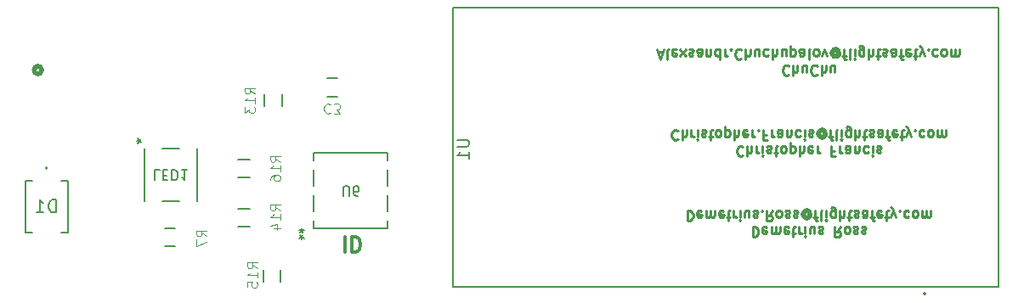
<source format=gbr>
%TF.GenerationSoftware,KiCad,Pcbnew,9.0.0*%
%TF.CreationDate,2025-11-28T03:58:55-07:00*%
%TF.ProjectId,ESP-Board,4553502d-426f-4617-9264-2e6b69636164,rev?*%
%TF.SameCoordinates,Original*%
%TF.FileFunction,Legend,Bot*%
%TF.FilePolarity,Positive*%
%FSLAX46Y46*%
G04 Gerber Fmt 4.6, Leading zero omitted, Abs format (unit mm)*
G04 Created by KiCad (PCBNEW 9.0.0) date 2025-11-28 03:58:55*
%MOMM*%
%LPD*%
G01*
G04 APERTURE LIST*
%ADD10C,0.300000*%
%ADD11C,0.250000*%
%ADD12C,0.150000*%
%ADD13C,0.125000*%
%ADD14C,0.200000*%
%ADD15C,0.508000*%
%ADD16C,0.152400*%
%ADD17C,0.127000*%
G04 APERTURE END LIST*
D10*
X130829429Y-99365343D02*
X130829429Y-97865343D01*
X131543715Y-99365343D02*
X131543715Y-97865343D01*
X131543715Y-97865343D02*
X131900858Y-97865343D01*
X131900858Y-97865343D02*
X132115144Y-97936772D01*
X132115144Y-97936772D02*
X132258001Y-98079629D01*
X132258001Y-98079629D02*
X132329430Y-98222486D01*
X132329430Y-98222486D02*
X132400858Y-98508200D01*
X132400858Y-98508200D02*
X132400858Y-98722486D01*
X132400858Y-98722486D02*
X132329430Y-99008200D01*
X132329430Y-99008200D02*
X132258001Y-99151057D01*
X132258001Y-99151057D02*
X132115144Y-99293915D01*
X132115144Y-99293915D02*
X131900858Y-99365343D01*
X131900858Y-99365343D02*
X131543715Y-99365343D01*
D11*
X171455952Y-96840072D02*
X171455952Y-97840072D01*
X171455952Y-97840072D02*
X171694047Y-97840072D01*
X171694047Y-97840072D02*
X171836904Y-97792453D01*
X171836904Y-97792453D02*
X171932142Y-97697215D01*
X171932142Y-97697215D02*
X171979761Y-97601977D01*
X171979761Y-97601977D02*
X172027380Y-97411501D01*
X172027380Y-97411501D02*
X172027380Y-97268644D01*
X172027380Y-97268644D02*
X171979761Y-97078168D01*
X171979761Y-97078168D02*
X171932142Y-96982930D01*
X171932142Y-96982930D02*
X171836904Y-96887692D01*
X171836904Y-96887692D02*
X171694047Y-96840072D01*
X171694047Y-96840072D02*
X171455952Y-96840072D01*
X172836904Y-96887692D02*
X172741666Y-96840072D01*
X172741666Y-96840072D02*
X172551190Y-96840072D01*
X172551190Y-96840072D02*
X172455952Y-96887692D01*
X172455952Y-96887692D02*
X172408333Y-96982930D01*
X172408333Y-96982930D02*
X172408333Y-97363882D01*
X172408333Y-97363882D02*
X172455952Y-97459120D01*
X172455952Y-97459120D02*
X172551190Y-97506739D01*
X172551190Y-97506739D02*
X172741666Y-97506739D01*
X172741666Y-97506739D02*
X172836904Y-97459120D01*
X172836904Y-97459120D02*
X172884523Y-97363882D01*
X172884523Y-97363882D02*
X172884523Y-97268644D01*
X172884523Y-97268644D02*
X172408333Y-97173406D01*
X173313095Y-96840072D02*
X173313095Y-97506739D01*
X173313095Y-97411501D02*
X173360714Y-97459120D01*
X173360714Y-97459120D02*
X173455952Y-97506739D01*
X173455952Y-97506739D02*
X173598809Y-97506739D01*
X173598809Y-97506739D02*
X173694047Y-97459120D01*
X173694047Y-97459120D02*
X173741666Y-97363882D01*
X173741666Y-97363882D02*
X173741666Y-96840072D01*
X173741666Y-97363882D02*
X173789285Y-97459120D01*
X173789285Y-97459120D02*
X173884523Y-97506739D01*
X173884523Y-97506739D02*
X174027380Y-97506739D01*
X174027380Y-97506739D02*
X174122619Y-97459120D01*
X174122619Y-97459120D02*
X174170238Y-97363882D01*
X174170238Y-97363882D02*
X174170238Y-96840072D01*
X175027380Y-96887692D02*
X174932142Y-96840072D01*
X174932142Y-96840072D02*
X174741666Y-96840072D01*
X174741666Y-96840072D02*
X174646428Y-96887692D01*
X174646428Y-96887692D02*
X174598809Y-96982930D01*
X174598809Y-96982930D02*
X174598809Y-97363882D01*
X174598809Y-97363882D02*
X174646428Y-97459120D01*
X174646428Y-97459120D02*
X174741666Y-97506739D01*
X174741666Y-97506739D02*
X174932142Y-97506739D01*
X174932142Y-97506739D02*
X175027380Y-97459120D01*
X175027380Y-97459120D02*
X175074999Y-97363882D01*
X175074999Y-97363882D02*
X175074999Y-97268644D01*
X175074999Y-97268644D02*
X174598809Y-97173406D01*
X175360714Y-97506739D02*
X175741666Y-97506739D01*
X175503571Y-97840072D02*
X175503571Y-96982930D01*
X175503571Y-96982930D02*
X175551190Y-96887692D01*
X175551190Y-96887692D02*
X175646428Y-96840072D01*
X175646428Y-96840072D02*
X175741666Y-96840072D01*
X176075000Y-96840072D02*
X176075000Y-97506739D01*
X176075000Y-97316263D02*
X176122619Y-97411501D01*
X176122619Y-97411501D02*
X176170238Y-97459120D01*
X176170238Y-97459120D02*
X176265476Y-97506739D01*
X176265476Y-97506739D02*
X176360714Y-97506739D01*
X176694048Y-96840072D02*
X176694048Y-97506739D01*
X176694048Y-97840072D02*
X176646429Y-97792453D01*
X176646429Y-97792453D02*
X176694048Y-97744834D01*
X176694048Y-97744834D02*
X176741667Y-97792453D01*
X176741667Y-97792453D02*
X176694048Y-97840072D01*
X176694048Y-97840072D02*
X176694048Y-97744834D01*
X177598809Y-97506739D02*
X177598809Y-96840072D01*
X177170238Y-97506739D02*
X177170238Y-96982930D01*
X177170238Y-96982930D02*
X177217857Y-96887692D01*
X177217857Y-96887692D02*
X177313095Y-96840072D01*
X177313095Y-96840072D02*
X177455952Y-96840072D01*
X177455952Y-96840072D02*
X177551190Y-96887692D01*
X177551190Y-96887692D02*
X177598809Y-96935311D01*
X178027381Y-96887692D02*
X178122619Y-96840072D01*
X178122619Y-96840072D02*
X178313095Y-96840072D01*
X178313095Y-96840072D02*
X178408333Y-96887692D01*
X178408333Y-96887692D02*
X178455952Y-96982930D01*
X178455952Y-96982930D02*
X178455952Y-97030549D01*
X178455952Y-97030549D02*
X178408333Y-97125787D01*
X178408333Y-97125787D02*
X178313095Y-97173406D01*
X178313095Y-97173406D02*
X178170238Y-97173406D01*
X178170238Y-97173406D02*
X178075000Y-97221025D01*
X178075000Y-97221025D02*
X178027381Y-97316263D01*
X178027381Y-97316263D02*
X178027381Y-97363882D01*
X178027381Y-97363882D02*
X178075000Y-97459120D01*
X178075000Y-97459120D02*
X178170238Y-97506739D01*
X178170238Y-97506739D02*
X178313095Y-97506739D01*
X178313095Y-97506739D02*
X178408333Y-97459120D01*
X180217857Y-96840072D02*
X179884524Y-97316263D01*
X179646429Y-96840072D02*
X179646429Y-97840072D01*
X179646429Y-97840072D02*
X180027381Y-97840072D01*
X180027381Y-97840072D02*
X180122619Y-97792453D01*
X180122619Y-97792453D02*
X180170238Y-97744834D01*
X180170238Y-97744834D02*
X180217857Y-97649596D01*
X180217857Y-97649596D02*
X180217857Y-97506739D01*
X180217857Y-97506739D02*
X180170238Y-97411501D01*
X180170238Y-97411501D02*
X180122619Y-97363882D01*
X180122619Y-97363882D02*
X180027381Y-97316263D01*
X180027381Y-97316263D02*
X179646429Y-97316263D01*
X180789286Y-96840072D02*
X180694048Y-96887692D01*
X180694048Y-96887692D02*
X180646429Y-96935311D01*
X180646429Y-96935311D02*
X180598810Y-97030549D01*
X180598810Y-97030549D02*
X180598810Y-97316263D01*
X180598810Y-97316263D02*
X180646429Y-97411501D01*
X180646429Y-97411501D02*
X180694048Y-97459120D01*
X180694048Y-97459120D02*
X180789286Y-97506739D01*
X180789286Y-97506739D02*
X180932143Y-97506739D01*
X180932143Y-97506739D02*
X181027381Y-97459120D01*
X181027381Y-97459120D02*
X181075000Y-97411501D01*
X181075000Y-97411501D02*
X181122619Y-97316263D01*
X181122619Y-97316263D02*
X181122619Y-97030549D01*
X181122619Y-97030549D02*
X181075000Y-96935311D01*
X181075000Y-96935311D02*
X181027381Y-96887692D01*
X181027381Y-96887692D02*
X180932143Y-96840072D01*
X180932143Y-96840072D02*
X180789286Y-96840072D01*
X181503572Y-96887692D02*
X181598810Y-96840072D01*
X181598810Y-96840072D02*
X181789286Y-96840072D01*
X181789286Y-96840072D02*
X181884524Y-96887692D01*
X181884524Y-96887692D02*
X181932143Y-96982930D01*
X181932143Y-96982930D02*
X181932143Y-97030549D01*
X181932143Y-97030549D02*
X181884524Y-97125787D01*
X181884524Y-97125787D02*
X181789286Y-97173406D01*
X181789286Y-97173406D02*
X181646429Y-97173406D01*
X181646429Y-97173406D02*
X181551191Y-97221025D01*
X181551191Y-97221025D02*
X181503572Y-97316263D01*
X181503572Y-97316263D02*
X181503572Y-97363882D01*
X181503572Y-97363882D02*
X181551191Y-97459120D01*
X181551191Y-97459120D02*
X181646429Y-97506739D01*
X181646429Y-97506739D02*
X181789286Y-97506739D01*
X181789286Y-97506739D02*
X181884524Y-97459120D01*
X182313096Y-96887692D02*
X182408334Y-96840072D01*
X182408334Y-96840072D02*
X182598810Y-96840072D01*
X182598810Y-96840072D02*
X182694048Y-96887692D01*
X182694048Y-96887692D02*
X182741667Y-96982930D01*
X182741667Y-96982930D02*
X182741667Y-97030549D01*
X182741667Y-97030549D02*
X182694048Y-97125787D01*
X182694048Y-97125787D02*
X182598810Y-97173406D01*
X182598810Y-97173406D02*
X182455953Y-97173406D01*
X182455953Y-97173406D02*
X182360715Y-97221025D01*
X182360715Y-97221025D02*
X182313096Y-97316263D01*
X182313096Y-97316263D02*
X182313096Y-97363882D01*
X182313096Y-97363882D02*
X182360715Y-97459120D01*
X182360715Y-97459120D02*
X182455953Y-97506739D01*
X182455953Y-97506739D02*
X182598810Y-97506739D01*
X182598810Y-97506739D02*
X182694048Y-97459120D01*
X164955951Y-95230128D02*
X164955951Y-96230128D01*
X164955951Y-96230128D02*
X165194046Y-96230128D01*
X165194046Y-96230128D02*
X165336903Y-96182509D01*
X165336903Y-96182509D02*
X165432141Y-96087271D01*
X165432141Y-96087271D02*
X165479760Y-95992033D01*
X165479760Y-95992033D02*
X165527379Y-95801557D01*
X165527379Y-95801557D02*
X165527379Y-95658700D01*
X165527379Y-95658700D02*
X165479760Y-95468224D01*
X165479760Y-95468224D02*
X165432141Y-95372986D01*
X165432141Y-95372986D02*
X165336903Y-95277748D01*
X165336903Y-95277748D02*
X165194046Y-95230128D01*
X165194046Y-95230128D02*
X164955951Y-95230128D01*
X166336903Y-95277748D02*
X166241665Y-95230128D01*
X166241665Y-95230128D02*
X166051189Y-95230128D01*
X166051189Y-95230128D02*
X165955951Y-95277748D01*
X165955951Y-95277748D02*
X165908332Y-95372986D01*
X165908332Y-95372986D02*
X165908332Y-95753938D01*
X165908332Y-95753938D02*
X165955951Y-95849176D01*
X165955951Y-95849176D02*
X166051189Y-95896795D01*
X166051189Y-95896795D02*
X166241665Y-95896795D01*
X166241665Y-95896795D02*
X166336903Y-95849176D01*
X166336903Y-95849176D02*
X166384522Y-95753938D01*
X166384522Y-95753938D02*
X166384522Y-95658700D01*
X166384522Y-95658700D02*
X165908332Y-95563462D01*
X166813094Y-95230128D02*
X166813094Y-95896795D01*
X166813094Y-95801557D02*
X166860713Y-95849176D01*
X166860713Y-95849176D02*
X166955951Y-95896795D01*
X166955951Y-95896795D02*
X167098808Y-95896795D01*
X167098808Y-95896795D02*
X167194046Y-95849176D01*
X167194046Y-95849176D02*
X167241665Y-95753938D01*
X167241665Y-95753938D02*
X167241665Y-95230128D01*
X167241665Y-95753938D02*
X167289284Y-95849176D01*
X167289284Y-95849176D02*
X167384522Y-95896795D01*
X167384522Y-95896795D02*
X167527379Y-95896795D01*
X167527379Y-95896795D02*
X167622618Y-95849176D01*
X167622618Y-95849176D02*
X167670237Y-95753938D01*
X167670237Y-95753938D02*
X167670237Y-95230128D01*
X168527379Y-95277748D02*
X168432141Y-95230128D01*
X168432141Y-95230128D02*
X168241665Y-95230128D01*
X168241665Y-95230128D02*
X168146427Y-95277748D01*
X168146427Y-95277748D02*
X168098808Y-95372986D01*
X168098808Y-95372986D02*
X168098808Y-95753938D01*
X168098808Y-95753938D02*
X168146427Y-95849176D01*
X168146427Y-95849176D02*
X168241665Y-95896795D01*
X168241665Y-95896795D02*
X168432141Y-95896795D01*
X168432141Y-95896795D02*
X168527379Y-95849176D01*
X168527379Y-95849176D02*
X168574998Y-95753938D01*
X168574998Y-95753938D02*
X168574998Y-95658700D01*
X168574998Y-95658700D02*
X168098808Y-95563462D01*
X168860713Y-95896795D02*
X169241665Y-95896795D01*
X169003570Y-96230128D02*
X169003570Y-95372986D01*
X169003570Y-95372986D02*
X169051189Y-95277748D01*
X169051189Y-95277748D02*
X169146427Y-95230128D01*
X169146427Y-95230128D02*
X169241665Y-95230128D01*
X169574999Y-95230128D02*
X169574999Y-95896795D01*
X169574999Y-95706319D02*
X169622618Y-95801557D01*
X169622618Y-95801557D02*
X169670237Y-95849176D01*
X169670237Y-95849176D02*
X169765475Y-95896795D01*
X169765475Y-95896795D02*
X169860713Y-95896795D01*
X170194047Y-95230128D02*
X170194047Y-95896795D01*
X170194047Y-96230128D02*
X170146428Y-96182509D01*
X170146428Y-96182509D02*
X170194047Y-96134890D01*
X170194047Y-96134890D02*
X170241666Y-96182509D01*
X170241666Y-96182509D02*
X170194047Y-96230128D01*
X170194047Y-96230128D02*
X170194047Y-96134890D01*
X171098808Y-95896795D02*
X171098808Y-95230128D01*
X170670237Y-95896795D02*
X170670237Y-95372986D01*
X170670237Y-95372986D02*
X170717856Y-95277748D01*
X170717856Y-95277748D02*
X170813094Y-95230128D01*
X170813094Y-95230128D02*
X170955951Y-95230128D01*
X170955951Y-95230128D02*
X171051189Y-95277748D01*
X171051189Y-95277748D02*
X171098808Y-95325367D01*
X171527380Y-95277748D02*
X171622618Y-95230128D01*
X171622618Y-95230128D02*
X171813094Y-95230128D01*
X171813094Y-95230128D02*
X171908332Y-95277748D01*
X171908332Y-95277748D02*
X171955951Y-95372986D01*
X171955951Y-95372986D02*
X171955951Y-95420605D01*
X171955951Y-95420605D02*
X171908332Y-95515843D01*
X171908332Y-95515843D02*
X171813094Y-95563462D01*
X171813094Y-95563462D02*
X171670237Y-95563462D01*
X171670237Y-95563462D02*
X171574999Y-95611081D01*
X171574999Y-95611081D02*
X171527380Y-95706319D01*
X171527380Y-95706319D02*
X171527380Y-95753938D01*
X171527380Y-95753938D02*
X171574999Y-95849176D01*
X171574999Y-95849176D02*
X171670237Y-95896795D01*
X171670237Y-95896795D02*
X171813094Y-95896795D01*
X171813094Y-95896795D02*
X171908332Y-95849176D01*
X172384523Y-95325367D02*
X172432142Y-95277748D01*
X172432142Y-95277748D02*
X172384523Y-95230128D01*
X172384523Y-95230128D02*
X172336904Y-95277748D01*
X172336904Y-95277748D02*
X172384523Y-95325367D01*
X172384523Y-95325367D02*
X172384523Y-95230128D01*
X173432141Y-95230128D02*
X173098808Y-95706319D01*
X172860713Y-95230128D02*
X172860713Y-96230128D01*
X172860713Y-96230128D02*
X173241665Y-96230128D01*
X173241665Y-96230128D02*
X173336903Y-96182509D01*
X173336903Y-96182509D02*
X173384522Y-96134890D01*
X173384522Y-96134890D02*
X173432141Y-96039652D01*
X173432141Y-96039652D02*
X173432141Y-95896795D01*
X173432141Y-95896795D02*
X173384522Y-95801557D01*
X173384522Y-95801557D02*
X173336903Y-95753938D01*
X173336903Y-95753938D02*
X173241665Y-95706319D01*
X173241665Y-95706319D02*
X172860713Y-95706319D01*
X174003570Y-95230128D02*
X173908332Y-95277748D01*
X173908332Y-95277748D02*
X173860713Y-95325367D01*
X173860713Y-95325367D02*
X173813094Y-95420605D01*
X173813094Y-95420605D02*
X173813094Y-95706319D01*
X173813094Y-95706319D02*
X173860713Y-95801557D01*
X173860713Y-95801557D02*
X173908332Y-95849176D01*
X173908332Y-95849176D02*
X174003570Y-95896795D01*
X174003570Y-95896795D02*
X174146427Y-95896795D01*
X174146427Y-95896795D02*
X174241665Y-95849176D01*
X174241665Y-95849176D02*
X174289284Y-95801557D01*
X174289284Y-95801557D02*
X174336903Y-95706319D01*
X174336903Y-95706319D02*
X174336903Y-95420605D01*
X174336903Y-95420605D02*
X174289284Y-95325367D01*
X174289284Y-95325367D02*
X174241665Y-95277748D01*
X174241665Y-95277748D02*
X174146427Y-95230128D01*
X174146427Y-95230128D02*
X174003570Y-95230128D01*
X174717856Y-95277748D02*
X174813094Y-95230128D01*
X174813094Y-95230128D02*
X175003570Y-95230128D01*
X175003570Y-95230128D02*
X175098808Y-95277748D01*
X175098808Y-95277748D02*
X175146427Y-95372986D01*
X175146427Y-95372986D02*
X175146427Y-95420605D01*
X175146427Y-95420605D02*
X175098808Y-95515843D01*
X175098808Y-95515843D02*
X175003570Y-95563462D01*
X175003570Y-95563462D02*
X174860713Y-95563462D01*
X174860713Y-95563462D02*
X174765475Y-95611081D01*
X174765475Y-95611081D02*
X174717856Y-95706319D01*
X174717856Y-95706319D02*
X174717856Y-95753938D01*
X174717856Y-95753938D02*
X174765475Y-95849176D01*
X174765475Y-95849176D02*
X174860713Y-95896795D01*
X174860713Y-95896795D02*
X175003570Y-95896795D01*
X175003570Y-95896795D02*
X175098808Y-95849176D01*
X175527380Y-95277748D02*
X175622618Y-95230128D01*
X175622618Y-95230128D02*
X175813094Y-95230128D01*
X175813094Y-95230128D02*
X175908332Y-95277748D01*
X175908332Y-95277748D02*
X175955951Y-95372986D01*
X175955951Y-95372986D02*
X175955951Y-95420605D01*
X175955951Y-95420605D02*
X175908332Y-95515843D01*
X175908332Y-95515843D02*
X175813094Y-95563462D01*
X175813094Y-95563462D02*
X175670237Y-95563462D01*
X175670237Y-95563462D02*
X175574999Y-95611081D01*
X175574999Y-95611081D02*
X175527380Y-95706319D01*
X175527380Y-95706319D02*
X175527380Y-95753938D01*
X175527380Y-95753938D02*
X175574999Y-95849176D01*
X175574999Y-95849176D02*
X175670237Y-95896795D01*
X175670237Y-95896795D02*
X175813094Y-95896795D01*
X175813094Y-95896795D02*
X175908332Y-95849176D01*
X177003570Y-95706319D02*
X176955951Y-95753938D01*
X176955951Y-95753938D02*
X176860713Y-95801557D01*
X176860713Y-95801557D02*
X176765475Y-95801557D01*
X176765475Y-95801557D02*
X176670237Y-95753938D01*
X176670237Y-95753938D02*
X176622618Y-95706319D01*
X176622618Y-95706319D02*
X176574999Y-95611081D01*
X176574999Y-95611081D02*
X176574999Y-95515843D01*
X176574999Y-95515843D02*
X176622618Y-95420605D01*
X176622618Y-95420605D02*
X176670237Y-95372986D01*
X176670237Y-95372986D02*
X176765475Y-95325367D01*
X176765475Y-95325367D02*
X176860713Y-95325367D01*
X176860713Y-95325367D02*
X176955951Y-95372986D01*
X176955951Y-95372986D02*
X177003570Y-95420605D01*
X177003570Y-95801557D02*
X177003570Y-95420605D01*
X177003570Y-95420605D02*
X177051189Y-95372986D01*
X177051189Y-95372986D02*
X177098808Y-95372986D01*
X177098808Y-95372986D02*
X177194047Y-95420605D01*
X177194047Y-95420605D02*
X177241666Y-95515843D01*
X177241666Y-95515843D02*
X177241666Y-95753938D01*
X177241666Y-95753938D02*
X177146428Y-95896795D01*
X177146428Y-95896795D02*
X177003570Y-95992033D01*
X177003570Y-95992033D02*
X176813094Y-96039652D01*
X176813094Y-96039652D02*
X176622618Y-95992033D01*
X176622618Y-95992033D02*
X176479761Y-95896795D01*
X176479761Y-95896795D02*
X176384523Y-95753938D01*
X176384523Y-95753938D02*
X176336904Y-95563462D01*
X176336904Y-95563462D02*
X176384523Y-95372986D01*
X176384523Y-95372986D02*
X176479761Y-95230128D01*
X176479761Y-95230128D02*
X176622618Y-95134890D01*
X176622618Y-95134890D02*
X176813094Y-95087271D01*
X176813094Y-95087271D02*
X177003570Y-95134890D01*
X177003570Y-95134890D02*
X177146428Y-95230128D01*
X177527380Y-95896795D02*
X177908332Y-95896795D01*
X177670237Y-95230128D02*
X177670237Y-96087271D01*
X177670237Y-96087271D02*
X177717856Y-96182509D01*
X177717856Y-96182509D02*
X177813094Y-96230128D01*
X177813094Y-96230128D02*
X177908332Y-96230128D01*
X178384523Y-95230128D02*
X178289285Y-95277748D01*
X178289285Y-95277748D02*
X178241666Y-95372986D01*
X178241666Y-95372986D02*
X178241666Y-96230128D01*
X178765476Y-95230128D02*
X178765476Y-95896795D01*
X178765476Y-96230128D02*
X178717857Y-96182509D01*
X178717857Y-96182509D02*
X178765476Y-96134890D01*
X178765476Y-96134890D02*
X178813095Y-96182509D01*
X178813095Y-96182509D02*
X178765476Y-96230128D01*
X178765476Y-96230128D02*
X178765476Y-96134890D01*
X179670237Y-95896795D02*
X179670237Y-95087271D01*
X179670237Y-95087271D02*
X179622618Y-94992033D01*
X179622618Y-94992033D02*
X179574999Y-94944414D01*
X179574999Y-94944414D02*
X179479761Y-94896795D01*
X179479761Y-94896795D02*
X179336904Y-94896795D01*
X179336904Y-94896795D02*
X179241666Y-94944414D01*
X179670237Y-95277748D02*
X179574999Y-95230128D01*
X179574999Y-95230128D02*
X179384523Y-95230128D01*
X179384523Y-95230128D02*
X179289285Y-95277748D01*
X179289285Y-95277748D02*
X179241666Y-95325367D01*
X179241666Y-95325367D02*
X179194047Y-95420605D01*
X179194047Y-95420605D02*
X179194047Y-95706319D01*
X179194047Y-95706319D02*
X179241666Y-95801557D01*
X179241666Y-95801557D02*
X179289285Y-95849176D01*
X179289285Y-95849176D02*
X179384523Y-95896795D01*
X179384523Y-95896795D02*
X179574999Y-95896795D01*
X179574999Y-95896795D02*
X179670237Y-95849176D01*
X180146428Y-95230128D02*
X180146428Y-96230128D01*
X180574999Y-95230128D02*
X180574999Y-95753938D01*
X180574999Y-95753938D02*
X180527380Y-95849176D01*
X180527380Y-95849176D02*
X180432142Y-95896795D01*
X180432142Y-95896795D02*
X180289285Y-95896795D01*
X180289285Y-95896795D02*
X180194047Y-95849176D01*
X180194047Y-95849176D02*
X180146428Y-95801557D01*
X180908333Y-95896795D02*
X181289285Y-95896795D01*
X181051190Y-96230128D02*
X181051190Y-95372986D01*
X181051190Y-95372986D02*
X181098809Y-95277748D01*
X181098809Y-95277748D02*
X181194047Y-95230128D01*
X181194047Y-95230128D02*
X181289285Y-95230128D01*
X181575000Y-95277748D02*
X181670238Y-95230128D01*
X181670238Y-95230128D02*
X181860714Y-95230128D01*
X181860714Y-95230128D02*
X181955952Y-95277748D01*
X181955952Y-95277748D02*
X182003571Y-95372986D01*
X182003571Y-95372986D02*
X182003571Y-95420605D01*
X182003571Y-95420605D02*
X181955952Y-95515843D01*
X181955952Y-95515843D02*
X181860714Y-95563462D01*
X181860714Y-95563462D02*
X181717857Y-95563462D01*
X181717857Y-95563462D02*
X181622619Y-95611081D01*
X181622619Y-95611081D02*
X181575000Y-95706319D01*
X181575000Y-95706319D02*
X181575000Y-95753938D01*
X181575000Y-95753938D02*
X181622619Y-95849176D01*
X181622619Y-95849176D02*
X181717857Y-95896795D01*
X181717857Y-95896795D02*
X181860714Y-95896795D01*
X181860714Y-95896795D02*
X181955952Y-95849176D01*
X182860714Y-95230128D02*
X182860714Y-95753938D01*
X182860714Y-95753938D02*
X182813095Y-95849176D01*
X182813095Y-95849176D02*
X182717857Y-95896795D01*
X182717857Y-95896795D02*
X182527381Y-95896795D01*
X182527381Y-95896795D02*
X182432143Y-95849176D01*
X182860714Y-95277748D02*
X182765476Y-95230128D01*
X182765476Y-95230128D02*
X182527381Y-95230128D01*
X182527381Y-95230128D02*
X182432143Y-95277748D01*
X182432143Y-95277748D02*
X182384524Y-95372986D01*
X182384524Y-95372986D02*
X182384524Y-95468224D01*
X182384524Y-95468224D02*
X182432143Y-95563462D01*
X182432143Y-95563462D02*
X182527381Y-95611081D01*
X182527381Y-95611081D02*
X182765476Y-95611081D01*
X182765476Y-95611081D02*
X182860714Y-95658700D01*
X183194048Y-95896795D02*
X183575000Y-95896795D01*
X183336905Y-95230128D02*
X183336905Y-96087271D01*
X183336905Y-96087271D02*
X183384524Y-96182509D01*
X183384524Y-96182509D02*
X183479762Y-96230128D01*
X183479762Y-96230128D02*
X183575000Y-96230128D01*
X184289286Y-95277748D02*
X184194048Y-95230128D01*
X184194048Y-95230128D02*
X184003572Y-95230128D01*
X184003572Y-95230128D02*
X183908334Y-95277748D01*
X183908334Y-95277748D02*
X183860715Y-95372986D01*
X183860715Y-95372986D02*
X183860715Y-95753938D01*
X183860715Y-95753938D02*
X183908334Y-95849176D01*
X183908334Y-95849176D02*
X184003572Y-95896795D01*
X184003572Y-95896795D02*
X184194048Y-95896795D01*
X184194048Y-95896795D02*
X184289286Y-95849176D01*
X184289286Y-95849176D02*
X184336905Y-95753938D01*
X184336905Y-95753938D02*
X184336905Y-95658700D01*
X184336905Y-95658700D02*
X183860715Y-95563462D01*
X184622620Y-95896795D02*
X185003572Y-95896795D01*
X184765477Y-96230128D02*
X184765477Y-95372986D01*
X184765477Y-95372986D02*
X184813096Y-95277748D01*
X184813096Y-95277748D02*
X184908334Y-95230128D01*
X184908334Y-95230128D02*
X185003572Y-95230128D01*
X185241668Y-95896795D02*
X185479763Y-95230128D01*
X185717858Y-95896795D02*
X185479763Y-95230128D01*
X185479763Y-95230128D02*
X185384525Y-94992033D01*
X185384525Y-94992033D02*
X185336906Y-94944414D01*
X185336906Y-94944414D02*
X185241668Y-94896795D01*
X186098811Y-95325367D02*
X186146430Y-95277748D01*
X186146430Y-95277748D02*
X186098811Y-95230128D01*
X186098811Y-95230128D02*
X186051192Y-95277748D01*
X186051192Y-95277748D02*
X186098811Y-95325367D01*
X186098811Y-95325367D02*
X186098811Y-95230128D01*
X187003572Y-95277748D02*
X186908334Y-95230128D01*
X186908334Y-95230128D02*
X186717858Y-95230128D01*
X186717858Y-95230128D02*
X186622620Y-95277748D01*
X186622620Y-95277748D02*
X186575001Y-95325367D01*
X186575001Y-95325367D02*
X186527382Y-95420605D01*
X186527382Y-95420605D02*
X186527382Y-95706319D01*
X186527382Y-95706319D02*
X186575001Y-95801557D01*
X186575001Y-95801557D02*
X186622620Y-95849176D01*
X186622620Y-95849176D02*
X186717858Y-95896795D01*
X186717858Y-95896795D02*
X186908334Y-95896795D01*
X186908334Y-95896795D02*
X187003572Y-95849176D01*
X187575001Y-95230128D02*
X187479763Y-95277748D01*
X187479763Y-95277748D02*
X187432144Y-95325367D01*
X187432144Y-95325367D02*
X187384525Y-95420605D01*
X187384525Y-95420605D02*
X187384525Y-95706319D01*
X187384525Y-95706319D02*
X187432144Y-95801557D01*
X187432144Y-95801557D02*
X187479763Y-95849176D01*
X187479763Y-95849176D02*
X187575001Y-95896795D01*
X187575001Y-95896795D02*
X187717858Y-95896795D01*
X187717858Y-95896795D02*
X187813096Y-95849176D01*
X187813096Y-95849176D02*
X187860715Y-95801557D01*
X187860715Y-95801557D02*
X187908334Y-95706319D01*
X187908334Y-95706319D02*
X187908334Y-95420605D01*
X187908334Y-95420605D02*
X187860715Y-95325367D01*
X187860715Y-95325367D02*
X187813096Y-95277748D01*
X187813096Y-95277748D02*
X187717858Y-95230128D01*
X187717858Y-95230128D02*
X187575001Y-95230128D01*
X188336906Y-95230128D02*
X188336906Y-95896795D01*
X188336906Y-95801557D02*
X188384525Y-95849176D01*
X188384525Y-95849176D02*
X188479763Y-95896795D01*
X188479763Y-95896795D02*
X188622620Y-95896795D01*
X188622620Y-95896795D02*
X188717858Y-95849176D01*
X188717858Y-95849176D02*
X188765477Y-95753938D01*
X188765477Y-95753938D02*
X188765477Y-95230128D01*
X188765477Y-95753938D02*
X188813096Y-95849176D01*
X188813096Y-95849176D02*
X188908334Y-95896795D01*
X188908334Y-95896795D02*
X189051191Y-95896795D01*
X189051191Y-95896795D02*
X189146430Y-95849176D01*
X189146430Y-95849176D02*
X189194049Y-95753938D01*
X189194049Y-95753938D02*
X189194049Y-95230128D01*
X170503570Y-88885591D02*
X170455951Y-88837972D01*
X170455951Y-88837972D02*
X170313094Y-88790352D01*
X170313094Y-88790352D02*
X170217856Y-88790352D01*
X170217856Y-88790352D02*
X170074999Y-88837972D01*
X170074999Y-88837972D02*
X169979761Y-88933210D01*
X169979761Y-88933210D02*
X169932142Y-89028448D01*
X169932142Y-89028448D02*
X169884523Y-89218924D01*
X169884523Y-89218924D02*
X169884523Y-89361781D01*
X169884523Y-89361781D02*
X169932142Y-89552257D01*
X169932142Y-89552257D02*
X169979761Y-89647495D01*
X169979761Y-89647495D02*
X170074999Y-89742733D01*
X170074999Y-89742733D02*
X170217856Y-89790352D01*
X170217856Y-89790352D02*
X170313094Y-89790352D01*
X170313094Y-89790352D02*
X170455951Y-89742733D01*
X170455951Y-89742733D02*
X170503570Y-89695114D01*
X170932142Y-88790352D02*
X170932142Y-89790352D01*
X171360713Y-88790352D02*
X171360713Y-89314162D01*
X171360713Y-89314162D02*
X171313094Y-89409400D01*
X171313094Y-89409400D02*
X171217856Y-89457019D01*
X171217856Y-89457019D02*
X171074999Y-89457019D01*
X171074999Y-89457019D02*
X170979761Y-89409400D01*
X170979761Y-89409400D02*
X170932142Y-89361781D01*
X171836904Y-88790352D02*
X171836904Y-89457019D01*
X171836904Y-89266543D02*
X171884523Y-89361781D01*
X171884523Y-89361781D02*
X171932142Y-89409400D01*
X171932142Y-89409400D02*
X172027380Y-89457019D01*
X172027380Y-89457019D02*
X172122618Y-89457019D01*
X172455952Y-88790352D02*
X172455952Y-89457019D01*
X172455952Y-89790352D02*
X172408333Y-89742733D01*
X172408333Y-89742733D02*
X172455952Y-89695114D01*
X172455952Y-89695114D02*
X172503571Y-89742733D01*
X172503571Y-89742733D02*
X172455952Y-89790352D01*
X172455952Y-89790352D02*
X172455952Y-89695114D01*
X172884523Y-88837972D02*
X172979761Y-88790352D01*
X172979761Y-88790352D02*
X173170237Y-88790352D01*
X173170237Y-88790352D02*
X173265475Y-88837972D01*
X173265475Y-88837972D02*
X173313094Y-88933210D01*
X173313094Y-88933210D02*
X173313094Y-88980829D01*
X173313094Y-88980829D02*
X173265475Y-89076067D01*
X173265475Y-89076067D02*
X173170237Y-89123686D01*
X173170237Y-89123686D02*
X173027380Y-89123686D01*
X173027380Y-89123686D02*
X172932142Y-89171305D01*
X172932142Y-89171305D02*
X172884523Y-89266543D01*
X172884523Y-89266543D02*
X172884523Y-89314162D01*
X172884523Y-89314162D02*
X172932142Y-89409400D01*
X172932142Y-89409400D02*
X173027380Y-89457019D01*
X173027380Y-89457019D02*
X173170237Y-89457019D01*
X173170237Y-89457019D02*
X173265475Y-89409400D01*
X173598809Y-89457019D02*
X173979761Y-89457019D01*
X173741666Y-89790352D02*
X173741666Y-88933210D01*
X173741666Y-88933210D02*
X173789285Y-88837972D01*
X173789285Y-88837972D02*
X173884523Y-88790352D01*
X173884523Y-88790352D02*
X173979761Y-88790352D01*
X174455952Y-88790352D02*
X174360714Y-88837972D01*
X174360714Y-88837972D02*
X174313095Y-88885591D01*
X174313095Y-88885591D02*
X174265476Y-88980829D01*
X174265476Y-88980829D02*
X174265476Y-89266543D01*
X174265476Y-89266543D02*
X174313095Y-89361781D01*
X174313095Y-89361781D02*
X174360714Y-89409400D01*
X174360714Y-89409400D02*
X174455952Y-89457019D01*
X174455952Y-89457019D02*
X174598809Y-89457019D01*
X174598809Y-89457019D02*
X174694047Y-89409400D01*
X174694047Y-89409400D02*
X174741666Y-89361781D01*
X174741666Y-89361781D02*
X174789285Y-89266543D01*
X174789285Y-89266543D02*
X174789285Y-88980829D01*
X174789285Y-88980829D02*
X174741666Y-88885591D01*
X174741666Y-88885591D02*
X174694047Y-88837972D01*
X174694047Y-88837972D02*
X174598809Y-88790352D01*
X174598809Y-88790352D02*
X174455952Y-88790352D01*
X175217857Y-89457019D02*
X175217857Y-88457019D01*
X175217857Y-89409400D02*
X175313095Y-89457019D01*
X175313095Y-89457019D02*
X175503571Y-89457019D01*
X175503571Y-89457019D02*
X175598809Y-89409400D01*
X175598809Y-89409400D02*
X175646428Y-89361781D01*
X175646428Y-89361781D02*
X175694047Y-89266543D01*
X175694047Y-89266543D02*
X175694047Y-88980829D01*
X175694047Y-88980829D02*
X175646428Y-88885591D01*
X175646428Y-88885591D02*
X175598809Y-88837972D01*
X175598809Y-88837972D02*
X175503571Y-88790352D01*
X175503571Y-88790352D02*
X175313095Y-88790352D01*
X175313095Y-88790352D02*
X175217857Y-88837972D01*
X176122619Y-88790352D02*
X176122619Y-89790352D01*
X176551190Y-88790352D02*
X176551190Y-89314162D01*
X176551190Y-89314162D02*
X176503571Y-89409400D01*
X176503571Y-89409400D02*
X176408333Y-89457019D01*
X176408333Y-89457019D02*
X176265476Y-89457019D01*
X176265476Y-89457019D02*
X176170238Y-89409400D01*
X176170238Y-89409400D02*
X176122619Y-89361781D01*
X177408333Y-88837972D02*
X177313095Y-88790352D01*
X177313095Y-88790352D02*
X177122619Y-88790352D01*
X177122619Y-88790352D02*
X177027381Y-88837972D01*
X177027381Y-88837972D02*
X176979762Y-88933210D01*
X176979762Y-88933210D02*
X176979762Y-89314162D01*
X176979762Y-89314162D02*
X177027381Y-89409400D01*
X177027381Y-89409400D02*
X177122619Y-89457019D01*
X177122619Y-89457019D02*
X177313095Y-89457019D01*
X177313095Y-89457019D02*
X177408333Y-89409400D01*
X177408333Y-89409400D02*
X177455952Y-89314162D01*
X177455952Y-89314162D02*
X177455952Y-89218924D01*
X177455952Y-89218924D02*
X176979762Y-89123686D01*
X177884524Y-88790352D02*
X177884524Y-89457019D01*
X177884524Y-89266543D02*
X177932143Y-89361781D01*
X177932143Y-89361781D02*
X177979762Y-89409400D01*
X177979762Y-89409400D02*
X178075000Y-89457019D01*
X178075000Y-89457019D02*
X178170238Y-89457019D01*
X179598810Y-89314162D02*
X179265477Y-89314162D01*
X179265477Y-88790352D02*
X179265477Y-89790352D01*
X179265477Y-89790352D02*
X179741667Y-89790352D01*
X180122620Y-88790352D02*
X180122620Y-89457019D01*
X180122620Y-89266543D02*
X180170239Y-89361781D01*
X180170239Y-89361781D02*
X180217858Y-89409400D01*
X180217858Y-89409400D02*
X180313096Y-89457019D01*
X180313096Y-89457019D02*
X180408334Y-89457019D01*
X181170239Y-88790352D02*
X181170239Y-89314162D01*
X181170239Y-89314162D02*
X181122620Y-89409400D01*
X181122620Y-89409400D02*
X181027382Y-89457019D01*
X181027382Y-89457019D02*
X180836906Y-89457019D01*
X180836906Y-89457019D02*
X180741668Y-89409400D01*
X181170239Y-88837972D02*
X181075001Y-88790352D01*
X181075001Y-88790352D02*
X180836906Y-88790352D01*
X180836906Y-88790352D02*
X180741668Y-88837972D01*
X180741668Y-88837972D02*
X180694049Y-88933210D01*
X180694049Y-88933210D02*
X180694049Y-89028448D01*
X180694049Y-89028448D02*
X180741668Y-89123686D01*
X180741668Y-89123686D02*
X180836906Y-89171305D01*
X180836906Y-89171305D02*
X181075001Y-89171305D01*
X181075001Y-89171305D02*
X181170239Y-89218924D01*
X181646430Y-89457019D02*
X181646430Y-88790352D01*
X181646430Y-89361781D02*
X181694049Y-89409400D01*
X181694049Y-89409400D02*
X181789287Y-89457019D01*
X181789287Y-89457019D02*
X181932144Y-89457019D01*
X181932144Y-89457019D02*
X182027382Y-89409400D01*
X182027382Y-89409400D02*
X182075001Y-89314162D01*
X182075001Y-89314162D02*
X182075001Y-88790352D01*
X182979763Y-88837972D02*
X182884525Y-88790352D01*
X182884525Y-88790352D02*
X182694049Y-88790352D01*
X182694049Y-88790352D02*
X182598811Y-88837972D01*
X182598811Y-88837972D02*
X182551192Y-88885591D01*
X182551192Y-88885591D02*
X182503573Y-88980829D01*
X182503573Y-88980829D02*
X182503573Y-89266543D01*
X182503573Y-89266543D02*
X182551192Y-89361781D01*
X182551192Y-89361781D02*
X182598811Y-89409400D01*
X182598811Y-89409400D02*
X182694049Y-89457019D01*
X182694049Y-89457019D02*
X182884525Y-89457019D01*
X182884525Y-89457019D02*
X182979763Y-89409400D01*
X183408335Y-88790352D02*
X183408335Y-89457019D01*
X183408335Y-89790352D02*
X183360716Y-89742733D01*
X183360716Y-89742733D02*
X183408335Y-89695114D01*
X183408335Y-89695114D02*
X183455954Y-89742733D01*
X183455954Y-89742733D02*
X183408335Y-89790352D01*
X183408335Y-89790352D02*
X183408335Y-89695114D01*
X183836906Y-88837972D02*
X183932144Y-88790352D01*
X183932144Y-88790352D02*
X184122620Y-88790352D01*
X184122620Y-88790352D02*
X184217858Y-88837972D01*
X184217858Y-88837972D02*
X184265477Y-88933210D01*
X184265477Y-88933210D02*
X184265477Y-88980829D01*
X184265477Y-88980829D02*
X184217858Y-89076067D01*
X184217858Y-89076067D02*
X184122620Y-89123686D01*
X184122620Y-89123686D02*
X183979763Y-89123686D01*
X183979763Y-89123686D02*
X183884525Y-89171305D01*
X183884525Y-89171305D02*
X183836906Y-89266543D01*
X183836906Y-89266543D02*
X183836906Y-89314162D01*
X183836906Y-89314162D02*
X183884525Y-89409400D01*
X183884525Y-89409400D02*
X183979763Y-89457019D01*
X183979763Y-89457019D02*
X184122620Y-89457019D01*
X184122620Y-89457019D02*
X184217858Y-89409400D01*
X164003569Y-87275647D02*
X163955950Y-87228028D01*
X163955950Y-87228028D02*
X163813093Y-87180408D01*
X163813093Y-87180408D02*
X163717855Y-87180408D01*
X163717855Y-87180408D02*
X163574998Y-87228028D01*
X163574998Y-87228028D02*
X163479760Y-87323266D01*
X163479760Y-87323266D02*
X163432141Y-87418504D01*
X163432141Y-87418504D02*
X163384522Y-87608980D01*
X163384522Y-87608980D02*
X163384522Y-87751837D01*
X163384522Y-87751837D02*
X163432141Y-87942313D01*
X163432141Y-87942313D02*
X163479760Y-88037551D01*
X163479760Y-88037551D02*
X163574998Y-88132789D01*
X163574998Y-88132789D02*
X163717855Y-88180408D01*
X163717855Y-88180408D02*
X163813093Y-88180408D01*
X163813093Y-88180408D02*
X163955950Y-88132789D01*
X163955950Y-88132789D02*
X164003569Y-88085170D01*
X164432141Y-87180408D02*
X164432141Y-88180408D01*
X164860712Y-87180408D02*
X164860712Y-87704218D01*
X164860712Y-87704218D02*
X164813093Y-87799456D01*
X164813093Y-87799456D02*
X164717855Y-87847075D01*
X164717855Y-87847075D02*
X164574998Y-87847075D01*
X164574998Y-87847075D02*
X164479760Y-87799456D01*
X164479760Y-87799456D02*
X164432141Y-87751837D01*
X165336903Y-87180408D02*
X165336903Y-87847075D01*
X165336903Y-87656599D02*
X165384522Y-87751837D01*
X165384522Y-87751837D02*
X165432141Y-87799456D01*
X165432141Y-87799456D02*
X165527379Y-87847075D01*
X165527379Y-87847075D02*
X165622617Y-87847075D01*
X165955951Y-87180408D02*
X165955951Y-87847075D01*
X165955951Y-88180408D02*
X165908332Y-88132789D01*
X165908332Y-88132789D02*
X165955951Y-88085170D01*
X165955951Y-88085170D02*
X166003570Y-88132789D01*
X166003570Y-88132789D02*
X165955951Y-88180408D01*
X165955951Y-88180408D02*
X165955951Y-88085170D01*
X166384522Y-87228028D02*
X166479760Y-87180408D01*
X166479760Y-87180408D02*
X166670236Y-87180408D01*
X166670236Y-87180408D02*
X166765474Y-87228028D01*
X166765474Y-87228028D02*
X166813093Y-87323266D01*
X166813093Y-87323266D02*
X166813093Y-87370885D01*
X166813093Y-87370885D02*
X166765474Y-87466123D01*
X166765474Y-87466123D02*
X166670236Y-87513742D01*
X166670236Y-87513742D02*
X166527379Y-87513742D01*
X166527379Y-87513742D02*
X166432141Y-87561361D01*
X166432141Y-87561361D02*
X166384522Y-87656599D01*
X166384522Y-87656599D02*
X166384522Y-87704218D01*
X166384522Y-87704218D02*
X166432141Y-87799456D01*
X166432141Y-87799456D02*
X166527379Y-87847075D01*
X166527379Y-87847075D02*
X166670236Y-87847075D01*
X166670236Y-87847075D02*
X166765474Y-87799456D01*
X167098808Y-87847075D02*
X167479760Y-87847075D01*
X167241665Y-88180408D02*
X167241665Y-87323266D01*
X167241665Y-87323266D02*
X167289284Y-87228028D01*
X167289284Y-87228028D02*
X167384522Y-87180408D01*
X167384522Y-87180408D02*
X167479760Y-87180408D01*
X167955951Y-87180408D02*
X167860713Y-87228028D01*
X167860713Y-87228028D02*
X167813094Y-87275647D01*
X167813094Y-87275647D02*
X167765475Y-87370885D01*
X167765475Y-87370885D02*
X167765475Y-87656599D01*
X167765475Y-87656599D02*
X167813094Y-87751837D01*
X167813094Y-87751837D02*
X167860713Y-87799456D01*
X167860713Y-87799456D02*
X167955951Y-87847075D01*
X167955951Y-87847075D02*
X168098808Y-87847075D01*
X168098808Y-87847075D02*
X168194046Y-87799456D01*
X168194046Y-87799456D02*
X168241665Y-87751837D01*
X168241665Y-87751837D02*
X168289284Y-87656599D01*
X168289284Y-87656599D02*
X168289284Y-87370885D01*
X168289284Y-87370885D02*
X168241665Y-87275647D01*
X168241665Y-87275647D02*
X168194046Y-87228028D01*
X168194046Y-87228028D02*
X168098808Y-87180408D01*
X168098808Y-87180408D02*
X167955951Y-87180408D01*
X168717856Y-87847075D02*
X168717856Y-86847075D01*
X168717856Y-87799456D02*
X168813094Y-87847075D01*
X168813094Y-87847075D02*
X169003570Y-87847075D01*
X169003570Y-87847075D02*
X169098808Y-87799456D01*
X169098808Y-87799456D02*
X169146427Y-87751837D01*
X169146427Y-87751837D02*
X169194046Y-87656599D01*
X169194046Y-87656599D02*
X169194046Y-87370885D01*
X169194046Y-87370885D02*
X169146427Y-87275647D01*
X169146427Y-87275647D02*
X169098808Y-87228028D01*
X169098808Y-87228028D02*
X169003570Y-87180408D01*
X169003570Y-87180408D02*
X168813094Y-87180408D01*
X168813094Y-87180408D02*
X168717856Y-87228028D01*
X169622618Y-87180408D02*
X169622618Y-88180408D01*
X170051189Y-87180408D02*
X170051189Y-87704218D01*
X170051189Y-87704218D02*
X170003570Y-87799456D01*
X170003570Y-87799456D02*
X169908332Y-87847075D01*
X169908332Y-87847075D02*
X169765475Y-87847075D01*
X169765475Y-87847075D02*
X169670237Y-87799456D01*
X169670237Y-87799456D02*
X169622618Y-87751837D01*
X170908332Y-87228028D02*
X170813094Y-87180408D01*
X170813094Y-87180408D02*
X170622618Y-87180408D01*
X170622618Y-87180408D02*
X170527380Y-87228028D01*
X170527380Y-87228028D02*
X170479761Y-87323266D01*
X170479761Y-87323266D02*
X170479761Y-87704218D01*
X170479761Y-87704218D02*
X170527380Y-87799456D01*
X170527380Y-87799456D02*
X170622618Y-87847075D01*
X170622618Y-87847075D02*
X170813094Y-87847075D01*
X170813094Y-87847075D02*
X170908332Y-87799456D01*
X170908332Y-87799456D02*
X170955951Y-87704218D01*
X170955951Y-87704218D02*
X170955951Y-87608980D01*
X170955951Y-87608980D02*
X170479761Y-87513742D01*
X171384523Y-87180408D02*
X171384523Y-87847075D01*
X171384523Y-87656599D02*
X171432142Y-87751837D01*
X171432142Y-87751837D02*
X171479761Y-87799456D01*
X171479761Y-87799456D02*
X171574999Y-87847075D01*
X171574999Y-87847075D02*
X171670237Y-87847075D01*
X172003571Y-87275647D02*
X172051190Y-87228028D01*
X172051190Y-87228028D02*
X172003571Y-87180408D01*
X172003571Y-87180408D02*
X171955952Y-87228028D01*
X171955952Y-87228028D02*
X172003571Y-87275647D01*
X172003571Y-87275647D02*
X172003571Y-87180408D01*
X172813094Y-87704218D02*
X172479761Y-87704218D01*
X172479761Y-87180408D02*
X172479761Y-88180408D01*
X172479761Y-88180408D02*
X172955951Y-88180408D01*
X173336904Y-87180408D02*
X173336904Y-87847075D01*
X173336904Y-87656599D02*
X173384523Y-87751837D01*
X173384523Y-87751837D02*
X173432142Y-87799456D01*
X173432142Y-87799456D02*
X173527380Y-87847075D01*
X173527380Y-87847075D02*
X173622618Y-87847075D01*
X174384523Y-87180408D02*
X174384523Y-87704218D01*
X174384523Y-87704218D02*
X174336904Y-87799456D01*
X174336904Y-87799456D02*
X174241666Y-87847075D01*
X174241666Y-87847075D02*
X174051190Y-87847075D01*
X174051190Y-87847075D02*
X173955952Y-87799456D01*
X174384523Y-87228028D02*
X174289285Y-87180408D01*
X174289285Y-87180408D02*
X174051190Y-87180408D01*
X174051190Y-87180408D02*
X173955952Y-87228028D01*
X173955952Y-87228028D02*
X173908333Y-87323266D01*
X173908333Y-87323266D02*
X173908333Y-87418504D01*
X173908333Y-87418504D02*
X173955952Y-87513742D01*
X173955952Y-87513742D02*
X174051190Y-87561361D01*
X174051190Y-87561361D02*
X174289285Y-87561361D01*
X174289285Y-87561361D02*
X174384523Y-87608980D01*
X174860714Y-87847075D02*
X174860714Y-87180408D01*
X174860714Y-87751837D02*
X174908333Y-87799456D01*
X174908333Y-87799456D02*
X175003571Y-87847075D01*
X175003571Y-87847075D02*
X175146428Y-87847075D01*
X175146428Y-87847075D02*
X175241666Y-87799456D01*
X175241666Y-87799456D02*
X175289285Y-87704218D01*
X175289285Y-87704218D02*
X175289285Y-87180408D01*
X176194047Y-87228028D02*
X176098809Y-87180408D01*
X176098809Y-87180408D02*
X175908333Y-87180408D01*
X175908333Y-87180408D02*
X175813095Y-87228028D01*
X175813095Y-87228028D02*
X175765476Y-87275647D01*
X175765476Y-87275647D02*
X175717857Y-87370885D01*
X175717857Y-87370885D02*
X175717857Y-87656599D01*
X175717857Y-87656599D02*
X175765476Y-87751837D01*
X175765476Y-87751837D02*
X175813095Y-87799456D01*
X175813095Y-87799456D02*
X175908333Y-87847075D01*
X175908333Y-87847075D02*
X176098809Y-87847075D01*
X176098809Y-87847075D02*
X176194047Y-87799456D01*
X176622619Y-87180408D02*
X176622619Y-87847075D01*
X176622619Y-88180408D02*
X176575000Y-88132789D01*
X176575000Y-88132789D02*
X176622619Y-88085170D01*
X176622619Y-88085170D02*
X176670238Y-88132789D01*
X176670238Y-88132789D02*
X176622619Y-88180408D01*
X176622619Y-88180408D02*
X176622619Y-88085170D01*
X177051190Y-87228028D02*
X177146428Y-87180408D01*
X177146428Y-87180408D02*
X177336904Y-87180408D01*
X177336904Y-87180408D02*
X177432142Y-87228028D01*
X177432142Y-87228028D02*
X177479761Y-87323266D01*
X177479761Y-87323266D02*
X177479761Y-87370885D01*
X177479761Y-87370885D02*
X177432142Y-87466123D01*
X177432142Y-87466123D02*
X177336904Y-87513742D01*
X177336904Y-87513742D02*
X177194047Y-87513742D01*
X177194047Y-87513742D02*
X177098809Y-87561361D01*
X177098809Y-87561361D02*
X177051190Y-87656599D01*
X177051190Y-87656599D02*
X177051190Y-87704218D01*
X177051190Y-87704218D02*
X177098809Y-87799456D01*
X177098809Y-87799456D02*
X177194047Y-87847075D01*
X177194047Y-87847075D02*
X177336904Y-87847075D01*
X177336904Y-87847075D02*
X177432142Y-87799456D01*
X178527380Y-87656599D02*
X178479761Y-87704218D01*
X178479761Y-87704218D02*
X178384523Y-87751837D01*
X178384523Y-87751837D02*
X178289285Y-87751837D01*
X178289285Y-87751837D02*
X178194047Y-87704218D01*
X178194047Y-87704218D02*
X178146428Y-87656599D01*
X178146428Y-87656599D02*
X178098809Y-87561361D01*
X178098809Y-87561361D02*
X178098809Y-87466123D01*
X178098809Y-87466123D02*
X178146428Y-87370885D01*
X178146428Y-87370885D02*
X178194047Y-87323266D01*
X178194047Y-87323266D02*
X178289285Y-87275647D01*
X178289285Y-87275647D02*
X178384523Y-87275647D01*
X178384523Y-87275647D02*
X178479761Y-87323266D01*
X178479761Y-87323266D02*
X178527380Y-87370885D01*
X178527380Y-87751837D02*
X178527380Y-87370885D01*
X178527380Y-87370885D02*
X178574999Y-87323266D01*
X178574999Y-87323266D02*
X178622618Y-87323266D01*
X178622618Y-87323266D02*
X178717857Y-87370885D01*
X178717857Y-87370885D02*
X178765476Y-87466123D01*
X178765476Y-87466123D02*
X178765476Y-87704218D01*
X178765476Y-87704218D02*
X178670238Y-87847075D01*
X178670238Y-87847075D02*
X178527380Y-87942313D01*
X178527380Y-87942313D02*
X178336904Y-87989932D01*
X178336904Y-87989932D02*
X178146428Y-87942313D01*
X178146428Y-87942313D02*
X178003571Y-87847075D01*
X178003571Y-87847075D02*
X177908333Y-87704218D01*
X177908333Y-87704218D02*
X177860714Y-87513742D01*
X177860714Y-87513742D02*
X177908333Y-87323266D01*
X177908333Y-87323266D02*
X178003571Y-87180408D01*
X178003571Y-87180408D02*
X178146428Y-87085170D01*
X178146428Y-87085170D02*
X178336904Y-87037551D01*
X178336904Y-87037551D02*
X178527380Y-87085170D01*
X178527380Y-87085170D02*
X178670238Y-87180408D01*
X179051190Y-87847075D02*
X179432142Y-87847075D01*
X179194047Y-87180408D02*
X179194047Y-88037551D01*
X179194047Y-88037551D02*
X179241666Y-88132789D01*
X179241666Y-88132789D02*
X179336904Y-88180408D01*
X179336904Y-88180408D02*
X179432142Y-88180408D01*
X179908333Y-87180408D02*
X179813095Y-87228028D01*
X179813095Y-87228028D02*
X179765476Y-87323266D01*
X179765476Y-87323266D02*
X179765476Y-88180408D01*
X180289286Y-87180408D02*
X180289286Y-87847075D01*
X180289286Y-88180408D02*
X180241667Y-88132789D01*
X180241667Y-88132789D02*
X180289286Y-88085170D01*
X180289286Y-88085170D02*
X180336905Y-88132789D01*
X180336905Y-88132789D02*
X180289286Y-88180408D01*
X180289286Y-88180408D02*
X180289286Y-88085170D01*
X181194047Y-87847075D02*
X181194047Y-87037551D01*
X181194047Y-87037551D02*
X181146428Y-86942313D01*
X181146428Y-86942313D02*
X181098809Y-86894694D01*
X181098809Y-86894694D02*
X181003571Y-86847075D01*
X181003571Y-86847075D02*
X180860714Y-86847075D01*
X180860714Y-86847075D02*
X180765476Y-86894694D01*
X181194047Y-87228028D02*
X181098809Y-87180408D01*
X181098809Y-87180408D02*
X180908333Y-87180408D01*
X180908333Y-87180408D02*
X180813095Y-87228028D01*
X180813095Y-87228028D02*
X180765476Y-87275647D01*
X180765476Y-87275647D02*
X180717857Y-87370885D01*
X180717857Y-87370885D02*
X180717857Y-87656599D01*
X180717857Y-87656599D02*
X180765476Y-87751837D01*
X180765476Y-87751837D02*
X180813095Y-87799456D01*
X180813095Y-87799456D02*
X180908333Y-87847075D01*
X180908333Y-87847075D02*
X181098809Y-87847075D01*
X181098809Y-87847075D02*
X181194047Y-87799456D01*
X181670238Y-87180408D02*
X181670238Y-88180408D01*
X182098809Y-87180408D02*
X182098809Y-87704218D01*
X182098809Y-87704218D02*
X182051190Y-87799456D01*
X182051190Y-87799456D02*
X181955952Y-87847075D01*
X181955952Y-87847075D02*
X181813095Y-87847075D01*
X181813095Y-87847075D02*
X181717857Y-87799456D01*
X181717857Y-87799456D02*
X181670238Y-87751837D01*
X182432143Y-87847075D02*
X182813095Y-87847075D01*
X182575000Y-88180408D02*
X182575000Y-87323266D01*
X182575000Y-87323266D02*
X182622619Y-87228028D01*
X182622619Y-87228028D02*
X182717857Y-87180408D01*
X182717857Y-87180408D02*
X182813095Y-87180408D01*
X183098810Y-87228028D02*
X183194048Y-87180408D01*
X183194048Y-87180408D02*
X183384524Y-87180408D01*
X183384524Y-87180408D02*
X183479762Y-87228028D01*
X183479762Y-87228028D02*
X183527381Y-87323266D01*
X183527381Y-87323266D02*
X183527381Y-87370885D01*
X183527381Y-87370885D02*
X183479762Y-87466123D01*
X183479762Y-87466123D02*
X183384524Y-87513742D01*
X183384524Y-87513742D02*
X183241667Y-87513742D01*
X183241667Y-87513742D02*
X183146429Y-87561361D01*
X183146429Y-87561361D02*
X183098810Y-87656599D01*
X183098810Y-87656599D02*
X183098810Y-87704218D01*
X183098810Y-87704218D02*
X183146429Y-87799456D01*
X183146429Y-87799456D02*
X183241667Y-87847075D01*
X183241667Y-87847075D02*
X183384524Y-87847075D01*
X183384524Y-87847075D02*
X183479762Y-87799456D01*
X184384524Y-87180408D02*
X184384524Y-87704218D01*
X184384524Y-87704218D02*
X184336905Y-87799456D01*
X184336905Y-87799456D02*
X184241667Y-87847075D01*
X184241667Y-87847075D02*
X184051191Y-87847075D01*
X184051191Y-87847075D02*
X183955953Y-87799456D01*
X184384524Y-87228028D02*
X184289286Y-87180408D01*
X184289286Y-87180408D02*
X184051191Y-87180408D01*
X184051191Y-87180408D02*
X183955953Y-87228028D01*
X183955953Y-87228028D02*
X183908334Y-87323266D01*
X183908334Y-87323266D02*
X183908334Y-87418504D01*
X183908334Y-87418504D02*
X183955953Y-87513742D01*
X183955953Y-87513742D02*
X184051191Y-87561361D01*
X184051191Y-87561361D02*
X184289286Y-87561361D01*
X184289286Y-87561361D02*
X184384524Y-87608980D01*
X184717858Y-87847075D02*
X185098810Y-87847075D01*
X184860715Y-87180408D02*
X184860715Y-88037551D01*
X184860715Y-88037551D02*
X184908334Y-88132789D01*
X184908334Y-88132789D02*
X185003572Y-88180408D01*
X185003572Y-88180408D02*
X185098810Y-88180408D01*
X185813096Y-87228028D02*
X185717858Y-87180408D01*
X185717858Y-87180408D02*
X185527382Y-87180408D01*
X185527382Y-87180408D02*
X185432144Y-87228028D01*
X185432144Y-87228028D02*
X185384525Y-87323266D01*
X185384525Y-87323266D02*
X185384525Y-87704218D01*
X185384525Y-87704218D02*
X185432144Y-87799456D01*
X185432144Y-87799456D02*
X185527382Y-87847075D01*
X185527382Y-87847075D02*
X185717858Y-87847075D01*
X185717858Y-87847075D02*
X185813096Y-87799456D01*
X185813096Y-87799456D02*
X185860715Y-87704218D01*
X185860715Y-87704218D02*
X185860715Y-87608980D01*
X185860715Y-87608980D02*
X185384525Y-87513742D01*
X186146430Y-87847075D02*
X186527382Y-87847075D01*
X186289287Y-88180408D02*
X186289287Y-87323266D01*
X186289287Y-87323266D02*
X186336906Y-87228028D01*
X186336906Y-87228028D02*
X186432144Y-87180408D01*
X186432144Y-87180408D02*
X186527382Y-87180408D01*
X186765478Y-87847075D02*
X187003573Y-87180408D01*
X187241668Y-87847075D02*
X187003573Y-87180408D01*
X187003573Y-87180408D02*
X186908335Y-86942313D01*
X186908335Y-86942313D02*
X186860716Y-86894694D01*
X186860716Y-86894694D02*
X186765478Y-86847075D01*
X187622621Y-87275647D02*
X187670240Y-87228028D01*
X187670240Y-87228028D02*
X187622621Y-87180408D01*
X187622621Y-87180408D02*
X187575002Y-87228028D01*
X187575002Y-87228028D02*
X187622621Y-87275647D01*
X187622621Y-87275647D02*
X187622621Y-87180408D01*
X188527382Y-87228028D02*
X188432144Y-87180408D01*
X188432144Y-87180408D02*
X188241668Y-87180408D01*
X188241668Y-87180408D02*
X188146430Y-87228028D01*
X188146430Y-87228028D02*
X188098811Y-87275647D01*
X188098811Y-87275647D02*
X188051192Y-87370885D01*
X188051192Y-87370885D02*
X188051192Y-87656599D01*
X188051192Y-87656599D02*
X188098811Y-87751837D01*
X188098811Y-87751837D02*
X188146430Y-87799456D01*
X188146430Y-87799456D02*
X188241668Y-87847075D01*
X188241668Y-87847075D02*
X188432144Y-87847075D01*
X188432144Y-87847075D02*
X188527382Y-87799456D01*
X189098811Y-87180408D02*
X189003573Y-87228028D01*
X189003573Y-87228028D02*
X188955954Y-87275647D01*
X188955954Y-87275647D02*
X188908335Y-87370885D01*
X188908335Y-87370885D02*
X188908335Y-87656599D01*
X188908335Y-87656599D02*
X188955954Y-87751837D01*
X188955954Y-87751837D02*
X189003573Y-87799456D01*
X189003573Y-87799456D02*
X189098811Y-87847075D01*
X189098811Y-87847075D02*
X189241668Y-87847075D01*
X189241668Y-87847075D02*
X189336906Y-87799456D01*
X189336906Y-87799456D02*
X189384525Y-87751837D01*
X189384525Y-87751837D02*
X189432144Y-87656599D01*
X189432144Y-87656599D02*
X189432144Y-87370885D01*
X189432144Y-87370885D02*
X189384525Y-87275647D01*
X189384525Y-87275647D02*
X189336906Y-87228028D01*
X189336906Y-87228028D02*
X189241668Y-87180408D01*
X189241668Y-87180408D02*
X189098811Y-87180408D01*
X189860716Y-87180408D02*
X189860716Y-87847075D01*
X189860716Y-87751837D02*
X189908335Y-87799456D01*
X189908335Y-87799456D02*
X190003573Y-87847075D01*
X190003573Y-87847075D02*
X190146430Y-87847075D01*
X190146430Y-87847075D02*
X190241668Y-87799456D01*
X190241668Y-87799456D02*
X190289287Y-87704218D01*
X190289287Y-87704218D02*
X190289287Y-87180408D01*
X190289287Y-87704218D02*
X190336906Y-87799456D01*
X190336906Y-87799456D02*
X190432144Y-87847075D01*
X190432144Y-87847075D02*
X190575001Y-87847075D01*
X190575001Y-87847075D02*
X190670240Y-87799456D01*
X190670240Y-87799456D02*
X190717859Y-87704218D01*
X190717859Y-87704218D02*
X190717859Y-87180408D01*
X175074999Y-80835871D02*
X175027380Y-80788252D01*
X175027380Y-80788252D02*
X174884523Y-80740632D01*
X174884523Y-80740632D02*
X174789285Y-80740632D01*
X174789285Y-80740632D02*
X174646428Y-80788252D01*
X174646428Y-80788252D02*
X174551190Y-80883490D01*
X174551190Y-80883490D02*
X174503571Y-80978728D01*
X174503571Y-80978728D02*
X174455952Y-81169204D01*
X174455952Y-81169204D02*
X174455952Y-81312061D01*
X174455952Y-81312061D02*
X174503571Y-81502537D01*
X174503571Y-81502537D02*
X174551190Y-81597775D01*
X174551190Y-81597775D02*
X174646428Y-81693013D01*
X174646428Y-81693013D02*
X174789285Y-81740632D01*
X174789285Y-81740632D02*
X174884523Y-81740632D01*
X174884523Y-81740632D02*
X175027380Y-81693013D01*
X175027380Y-81693013D02*
X175074999Y-81645394D01*
X175503571Y-80740632D02*
X175503571Y-81740632D01*
X175932142Y-80740632D02*
X175932142Y-81264442D01*
X175932142Y-81264442D02*
X175884523Y-81359680D01*
X175884523Y-81359680D02*
X175789285Y-81407299D01*
X175789285Y-81407299D02*
X175646428Y-81407299D01*
X175646428Y-81407299D02*
X175551190Y-81359680D01*
X175551190Y-81359680D02*
X175503571Y-81312061D01*
X176836904Y-81407299D02*
X176836904Y-80740632D01*
X176408333Y-81407299D02*
X176408333Y-80883490D01*
X176408333Y-80883490D02*
X176455952Y-80788252D01*
X176455952Y-80788252D02*
X176551190Y-80740632D01*
X176551190Y-80740632D02*
X176694047Y-80740632D01*
X176694047Y-80740632D02*
X176789285Y-80788252D01*
X176789285Y-80788252D02*
X176836904Y-80835871D01*
X177884523Y-80835871D02*
X177836904Y-80788252D01*
X177836904Y-80788252D02*
X177694047Y-80740632D01*
X177694047Y-80740632D02*
X177598809Y-80740632D01*
X177598809Y-80740632D02*
X177455952Y-80788252D01*
X177455952Y-80788252D02*
X177360714Y-80883490D01*
X177360714Y-80883490D02*
X177313095Y-80978728D01*
X177313095Y-80978728D02*
X177265476Y-81169204D01*
X177265476Y-81169204D02*
X177265476Y-81312061D01*
X177265476Y-81312061D02*
X177313095Y-81502537D01*
X177313095Y-81502537D02*
X177360714Y-81597775D01*
X177360714Y-81597775D02*
X177455952Y-81693013D01*
X177455952Y-81693013D02*
X177598809Y-81740632D01*
X177598809Y-81740632D02*
X177694047Y-81740632D01*
X177694047Y-81740632D02*
X177836904Y-81693013D01*
X177836904Y-81693013D02*
X177884523Y-81645394D01*
X178313095Y-80740632D02*
X178313095Y-81740632D01*
X178741666Y-80740632D02*
X178741666Y-81264442D01*
X178741666Y-81264442D02*
X178694047Y-81359680D01*
X178694047Y-81359680D02*
X178598809Y-81407299D01*
X178598809Y-81407299D02*
X178455952Y-81407299D01*
X178455952Y-81407299D02*
X178360714Y-81359680D01*
X178360714Y-81359680D02*
X178313095Y-81312061D01*
X179646428Y-81407299D02*
X179646428Y-80740632D01*
X179217857Y-81407299D02*
X179217857Y-80883490D01*
X179217857Y-80883490D02*
X179265476Y-80788252D01*
X179265476Y-80788252D02*
X179360714Y-80740632D01*
X179360714Y-80740632D02*
X179503571Y-80740632D01*
X179503571Y-80740632D02*
X179598809Y-80788252D01*
X179598809Y-80788252D02*
X179646428Y-80835871D01*
X162051188Y-79416403D02*
X162527378Y-79416403D01*
X161955950Y-79130688D02*
X162289283Y-80130688D01*
X162289283Y-80130688D02*
X162622616Y-79130688D01*
X163098807Y-79130688D02*
X163003569Y-79178308D01*
X163003569Y-79178308D02*
X162955950Y-79273546D01*
X162955950Y-79273546D02*
X162955950Y-80130688D01*
X163860712Y-79178308D02*
X163765474Y-79130688D01*
X163765474Y-79130688D02*
X163574998Y-79130688D01*
X163574998Y-79130688D02*
X163479760Y-79178308D01*
X163479760Y-79178308D02*
X163432141Y-79273546D01*
X163432141Y-79273546D02*
X163432141Y-79654498D01*
X163432141Y-79654498D02*
X163479760Y-79749736D01*
X163479760Y-79749736D02*
X163574998Y-79797355D01*
X163574998Y-79797355D02*
X163765474Y-79797355D01*
X163765474Y-79797355D02*
X163860712Y-79749736D01*
X163860712Y-79749736D02*
X163908331Y-79654498D01*
X163908331Y-79654498D02*
X163908331Y-79559260D01*
X163908331Y-79559260D02*
X163432141Y-79464022D01*
X164241665Y-79130688D02*
X164765474Y-79797355D01*
X164241665Y-79797355D02*
X164765474Y-79130688D01*
X165098808Y-79178308D02*
X165194046Y-79130688D01*
X165194046Y-79130688D02*
X165384522Y-79130688D01*
X165384522Y-79130688D02*
X165479760Y-79178308D01*
X165479760Y-79178308D02*
X165527379Y-79273546D01*
X165527379Y-79273546D02*
X165527379Y-79321165D01*
X165527379Y-79321165D02*
X165479760Y-79416403D01*
X165479760Y-79416403D02*
X165384522Y-79464022D01*
X165384522Y-79464022D02*
X165241665Y-79464022D01*
X165241665Y-79464022D02*
X165146427Y-79511641D01*
X165146427Y-79511641D02*
X165098808Y-79606879D01*
X165098808Y-79606879D02*
X165098808Y-79654498D01*
X165098808Y-79654498D02*
X165146427Y-79749736D01*
X165146427Y-79749736D02*
X165241665Y-79797355D01*
X165241665Y-79797355D02*
X165384522Y-79797355D01*
X165384522Y-79797355D02*
X165479760Y-79749736D01*
X166384522Y-79130688D02*
X166384522Y-79654498D01*
X166384522Y-79654498D02*
X166336903Y-79749736D01*
X166336903Y-79749736D02*
X166241665Y-79797355D01*
X166241665Y-79797355D02*
X166051189Y-79797355D01*
X166051189Y-79797355D02*
X165955951Y-79749736D01*
X166384522Y-79178308D02*
X166289284Y-79130688D01*
X166289284Y-79130688D02*
X166051189Y-79130688D01*
X166051189Y-79130688D02*
X165955951Y-79178308D01*
X165955951Y-79178308D02*
X165908332Y-79273546D01*
X165908332Y-79273546D02*
X165908332Y-79368784D01*
X165908332Y-79368784D02*
X165955951Y-79464022D01*
X165955951Y-79464022D02*
X166051189Y-79511641D01*
X166051189Y-79511641D02*
X166289284Y-79511641D01*
X166289284Y-79511641D02*
X166384522Y-79559260D01*
X166860713Y-79797355D02*
X166860713Y-79130688D01*
X166860713Y-79702117D02*
X166908332Y-79749736D01*
X166908332Y-79749736D02*
X167003570Y-79797355D01*
X167003570Y-79797355D02*
X167146427Y-79797355D01*
X167146427Y-79797355D02*
X167241665Y-79749736D01*
X167241665Y-79749736D02*
X167289284Y-79654498D01*
X167289284Y-79654498D02*
X167289284Y-79130688D01*
X168194046Y-79130688D02*
X168194046Y-80130688D01*
X168194046Y-79178308D02*
X168098808Y-79130688D01*
X168098808Y-79130688D02*
X167908332Y-79130688D01*
X167908332Y-79130688D02*
X167813094Y-79178308D01*
X167813094Y-79178308D02*
X167765475Y-79225927D01*
X167765475Y-79225927D02*
X167717856Y-79321165D01*
X167717856Y-79321165D02*
X167717856Y-79606879D01*
X167717856Y-79606879D02*
X167765475Y-79702117D01*
X167765475Y-79702117D02*
X167813094Y-79749736D01*
X167813094Y-79749736D02*
X167908332Y-79797355D01*
X167908332Y-79797355D02*
X168098808Y-79797355D01*
X168098808Y-79797355D02*
X168194046Y-79749736D01*
X168670237Y-79130688D02*
X168670237Y-79797355D01*
X168670237Y-79606879D02*
X168717856Y-79702117D01*
X168717856Y-79702117D02*
X168765475Y-79749736D01*
X168765475Y-79749736D02*
X168860713Y-79797355D01*
X168860713Y-79797355D02*
X168955951Y-79797355D01*
X169289285Y-79225927D02*
X169336904Y-79178308D01*
X169336904Y-79178308D02*
X169289285Y-79130688D01*
X169289285Y-79130688D02*
X169241666Y-79178308D01*
X169241666Y-79178308D02*
X169289285Y-79225927D01*
X169289285Y-79225927D02*
X169289285Y-79130688D01*
X170336903Y-79225927D02*
X170289284Y-79178308D01*
X170289284Y-79178308D02*
X170146427Y-79130688D01*
X170146427Y-79130688D02*
X170051189Y-79130688D01*
X170051189Y-79130688D02*
X169908332Y-79178308D01*
X169908332Y-79178308D02*
X169813094Y-79273546D01*
X169813094Y-79273546D02*
X169765475Y-79368784D01*
X169765475Y-79368784D02*
X169717856Y-79559260D01*
X169717856Y-79559260D02*
X169717856Y-79702117D01*
X169717856Y-79702117D02*
X169765475Y-79892593D01*
X169765475Y-79892593D02*
X169813094Y-79987831D01*
X169813094Y-79987831D02*
X169908332Y-80083069D01*
X169908332Y-80083069D02*
X170051189Y-80130688D01*
X170051189Y-80130688D02*
X170146427Y-80130688D01*
X170146427Y-80130688D02*
X170289284Y-80083069D01*
X170289284Y-80083069D02*
X170336903Y-80035450D01*
X170765475Y-79130688D02*
X170765475Y-80130688D01*
X171194046Y-79130688D02*
X171194046Y-79654498D01*
X171194046Y-79654498D02*
X171146427Y-79749736D01*
X171146427Y-79749736D02*
X171051189Y-79797355D01*
X171051189Y-79797355D02*
X170908332Y-79797355D01*
X170908332Y-79797355D02*
X170813094Y-79749736D01*
X170813094Y-79749736D02*
X170765475Y-79702117D01*
X172098808Y-79797355D02*
X172098808Y-79130688D01*
X171670237Y-79797355D02*
X171670237Y-79273546D01*
X171670237Y-79273546D02*
X171717856Y-79178308D01*
X171717856Y-79178308D02*
X171813094Y-79130688D01*
X171813094Y-79130688D02*
X171955951Y-79130688D01*
X171955951Y-79130688D02*
X172051189Y-79178308D01*
X172051189Y-79178308D02*
X172098808Y-79225927D01*
X173003570Y-79178308D02*
X172908332Y-79130688D01*
X172908332Y-79130688D02*
X172717856Y-79130688D01*
X172717856Y-79130688D02*
X172622618Y-79178308D01*
X172622618Y-79178308D02*
X172574999Y-79225927D01*
X172574999Y-79225927D02*
X172527380Y-79321165D01*
X172527380Y-79321165D02*
X172527380Y-79606879D01*
X172527380Y-79606879D02*
X172574999Y-79702117D01*
X172574999Y-79702117D02*
X172622618Y-79749736D01*
X172622618Y-79749736D02*
X172717856Y-79797355D01*
X172717856Y-79797355D02*
X172908332Y-79797355D01*
X172908332Y-79797355D02*
X173003570Y-79749736D01*
X173432142Y-79130688D02*
X173432142Y-80130688D01*
X173860713Y-79130688D02*
X173860713Y-79654498D01*
X173860713Y-79654498D02*
X173813094Y-79749736D01*
X173813094Y-79749736D02*
X173717856Y-79797355D01*
X173717856Y-79797355D02*
X173574999Y-79797355D01*
X173574999Y-79797355D02*
X173479761Y-79749736D01*
X173479761Y-79749736D02*
X173432142Y-79702117D01*
X174765475Y-79797355D02*
X174765475Y-79130688D01*
X174336904Y-79797355D02*
X174336904Y-79273546D01*
X174336904Y-79273546D02*
X174384523Y-79178308D01*
X174384523Y-79178308D02*
X174479761Y-79130688D01*
X174479761Y-79130688D02*
X174622618Y-79130688D01*
X174622618Y-79130688D02*
X174717856Y-79178308D01*
X174717856Y-79178308D02*
X174765475Y-79225927D01*
X175241666Y-79797355D02*
X175241666Y-78797355D01*
X175241666Y-79749736D02*
X175336904Y-79797355D01*
X175336904Y-79797355D02*
X175527380Y-79797355D01*
X175527380Y-79797355D02*
X175622618Y-79749736D01*
X175622618Y-79749736D02*
X175670237Y-79702117D01*
X175670237Y-79702117D02*
X175717856Y-79606879D01*
X175717856Y-79606879D02*
X175717856Y-79321165D01*
X175717856Y-79321165D02*
X175670237Y-79225927D01*
X175670237Y-79225927D02*
X175622618Y-79178308D01*
X175622618Y-79178308D02*
X175527380Y-79130688D01*
X175527380Y-79130688D02*
X175336904Y-79130688D01*
X175336904Y-79130688D02*
X175241666Y-79178308D01*
X176574999Y-79130688D02*
X176574999Y-79654498D01*
X176574999Y-79654498D02*
X176527380Y-79749736D01*
X176527380Y-79749736D02*
X176432142Y-79797355D01*
X176432142Y-79797355D02*
X176241666Y-79797355D01*
X176241666Y-79797355D02*
X176146428Y-79749736D01*
X176574999Y-79178308D02*
X176479761Y-79130688D01*
X176479761Y-79130688D02*
X176241666Y-79130688D01*
X176241666Y-79130688D02*
X176146428Y-79178308D01*
X176146428Y-79178308D02*
X176098809Y-79273546D01*
X176098809Y-79273546D02*
X176098809Y-79368784D01*
X176098809Y-79368784D02*
X176146428Y-79464022D01*
X176146428Y-79464022D02*
X176241666Y-79511641D01*
X176241666Y-79511641D02*
X176479761Y-79511641D01*
X176479761Y-79511641D02*
X176574999Y-79559260D01*
X177194047Y-79130688D02*
X177098809Y-79178308D01*
X177098809Y-79178308D02*
X177051190Y-79273546D01*
X177051190Y-79273546D02*
X177051190Y-80130688D01*
X177717857Y-79130688D02*
X177622619Y-79178308D01*
X177622619Y-79178308D02*
X177575000Y-79225927D01*
X177575000Y-79225927D02*
X177527381Y-79321165D01*
X177527381Y-79321165D02*
X177527381Y-79606879D01*
X177527381Y-79606879D02*
X177575000Y-79702117D01*
X177575000Y-79702117D02*
X177622619Y-79749736D01*
X177622619Y-79749736D02*
X177717857Y-79797355D01*
X177717857Y-79797355D02*
X177860714Y-79797355D01*
X177860714Y-79797355D02*
X177955952Y-79749736D01*
X177955952Y-79749736D02*
X178003571Y-79702117D01*
X178003571Y-79702117D02*
X178051190Y-79606879D01*
X178051190Y-79606879D02*
X178051190Y-79321165D01*
X178051190Y-79321165D02*
X178003571Y-79225927D01*
X178003571Y-79225927D02*
X177955952Y-79178308D01*
X177955952Y-79178308D02*
X177860714Y-79130688D01*
X177860714Y-79130688D02*
X177717857Y-79130688D01*
X178384524Y-79797355D02*
X178622619Y-79130688D01*
X178622619Y-79130688D02*
X178860714Y-79797355D01*
X179860714Y-79606879D02*
X179813095Y-79654498D01*
X179813095Y-79654498D02*
X179717857Y-79702117D01*
X179717857Y-79702117D02*
X179622619Y-79702117D01*
X179622619Y-79702117D02*
X179527381Y-79654498D01*
X179527381Y-79654498D02*
X179479762Y-79606879D01*
X179479762Y-79606879D02*
X179432143Y-79511641D01*
X179432143Y-79511641D02*
X179432143Y-79416403D01*
X179432143Y-79416403D02*
X179479762Y-79321165D01*
X179479762Y-79321165D02*
X179527381Y-79273546D01*
X179527381Y-79273546D02*
X179622619Y-79225927D01*
X179622619Y-79225927D02*
X179717857Y-79225927D01*
X179717857Y-79225927D02*
X179813095Y-79273546D01*
X179813095Y-79273546D02*
X179860714Y-79321165D01*
X179860714Y-79702117D02*
X179860714Y-79321165D01*
X179860714Y-79321165D02*
X179908333Y-79273546D01*
X179908333Y-79273546D02*
X179955952Y-79273546D01*
X179955952Y-79273546D02*
X180051191Y-79321165D01*
X180051191Y-79321165D02*
X180098810Y-79416403D01*
X180098810Y-79416403D02*
X180098810Y-79654498D01*
X180098810Y-79654498D02*
X180003572Y-79797355D01*
X180003572Y-79797355D02*
X179860714Y-79892593D01*
X179860714Y-79892593D02*
X179670238Y-79940212D01*
X179670238Y-79940212D02*
X179479762Y-79892593D01*
X179479762Y-79892593D02*
X179336905Y-79797355D01*
X179336905Y-79797355D02*
X179241667Y-79654498D01*
X179241667Y-79654498D02*
X179194048Y-79464022D01*
X179194048Y-79464022D02*
X179241667Y-79273546D01*
X179241667Y-79273546D02*
X179336905Y-79130688D01*
X179336905Y-79130688D02*
X179479762Y-79035450D01*
X179479762Y-79035450D02*
X179670238Y-78987831D01*
X179670238Y-78987831D02*
X179860714Y-79035450D01*
X179860714Y-79035450D02*
X180003572Y-79130688D01*
X180384524Y-79797355D02*
X180765476Y-79797355D01*
X180527381Y-79130688D02*
X180527381Y-79987831D01*
X180527381Y-79987831D02*
X180575000Y-80083069D01*
X180575000Y-80083069D02*
X180670238Y-80130688D01*
X180670238Y-80130688D02*
X180765476Y-80130688D01*
X181241667Y-79130688D02*
X181146429Y-79178308D01*
X181146429Y-79178308D02*
X181098810Y-79273546D01*
X181098810Y-79273546D02*
X181098810Y-80130688D01*
X181622620Y-79130688D02*
X181622620Y-79797355D01*
X181622620Y-80130688D02*
X181575001Y-80083069D01*
X181575001Y-80083069D02*
X181622620Y-80035450D01*
X181622620Y-80035450D02*
X181670239Y-80083069D01*
X181670239Y-80083069D02*
X181622620Y-80130688D01*
X181622620Y-80130688D02*
X181622620Y-80035450D01*
X182527381Y-79797355D02*
X182527381Y-78987831D01*
X182527381Y-78987831D02*
X182479762Y-78892593D01*
X182479762Y-78892593D02*
X182432143Y-78844974D01*
X182432143Y-78844974D02*
X182336905Y-78797355D01*
X182336905Y-78797355D02*
X182194048Y-78797355D01*
X182194048Y-78797355D02*
X182098810Y-78844974D01*
X182527381Y-79178308D02*
X182432143Y-79130688D01*
X182432143Y-79130688D02*
X182241667Y-79130688D01*
X182241667Y-79130688D02*
X182146429Y-79178308D01*
X182146429Y-79178308D02*
X182098810Y-79225927D01*
X182098810Y-79225927D02*
X182051191Y-79321165D01*
X182051191Y-79321165D02*
X182051191Y-79606879D01*
X182051191Y-79606879D02*
X182098810Y-79702117D01*
X182098810Y-79702117D02*
X182146429Y-79749736D01*
X182146429Y-79749736D02*
X182241667Y-79797355D01*
X182241667Y-79797355D02*
X182432143Y-79797355D01*
X182432143Y-79797355D02*
X182527381Y-79749736D01*
X183003572Y-79130688D02*
X183003572Y-80130688D01*
X183432143Y-79130688D02*
X183432143Y-79654498D01*
X183432143Y-79654498D02*
X183384524Y-79749736D01*
X183384524Y-79749736D02*
X183289286Y-79797355D01*
X183289286Y-79797355D02*
X183146429Y-79797355D01*
X183146429Y-79797355D02*
X183051191Y-79749736D01*
X183051191Y-79749736D02*
X183003572Y-79702117D01*
X183765477Y-79797355D02*
X184146429Y-79797355D01*
X183908334Y-80130688D02*
X183908334Y-79273546D01*
X183908334Y-79273546D02*
X183955953Y-79178308D01*
X183955953Y-79178308D02*
X184051191Y-79130688D01*
X184051191Y-79130688D02*
X184146429Y-79130688D01*
X184432144Y-79178308D02*
X184527382Y-79130688D01*
X184527382Y-79130688D02*
X184717858Y-79130688D01*
X184717858Y-79130688D02*
X184813096Y-79178308D01*
X184813096Y-79178308D02*
X184860715Y-79273546D01*
X184860715Y-79273546D02*
X184860715Y-79321165D01*
X184860715Y-79321165D02*
X184813096Y-79416403D01*
X184813096Y-79416403D02*
X184717858Y-79464022D01*
X184717858Y-79464022D02*
X184575001Y-79464022D01*
X184575001Y-79464022D02*
X184479763Y-79511641D01*
X184479763Y-79511641D02*
X184432144Y-79606879D01*
X184432144Y-79606879D02*
X184432144Y-79654498D01*
X184432144Y-79654498D02*
X184479763Y-79749736D01*
X184479763Y-79749736D02*
X184575001Y-79797355D01*
X184575001Y-79797355D02*
X184717858Y-79797355D01*
X184717858Y-79797355D02*
X184813096Y-79749736D01*
X185717858Y-79130688D02*
X185717858Y-79654498D01*
X185717858Y-79654498D02*
X185670239Y-79749736D01*
X185670239Y-79749736D02*
X185575001Y-79797355D01*
X185575001Y-79797355D02*
X185384525Y-79797355D01*
X185384525Y-79797355D02*
X185289287Y-79749736D01*
X185717858Y-79178308D02*
X185622620Y-79130688D01*
X185622620Y-79130688D02*
X185384525Y-79130688D01*
X185384525Y-79130688D02*
X185289287Y-79178308D01*
X185289287Y-79178308D02*
X185241668Y-79273546D01*
X185241668Y-79273546D02*
X185241668Y-79368784D01*
X185241668Y-79368784D02*
X185289287Y-79464022D01*
X185289287Y-79464022D02*
X185384525Y-79511641D01*
X185384525Y-79511641D02*
X185622620Y-79511641D01*
X185622620Y-79511641D02*
X185717858Y-79559260D01*
X186051192Y-79797355D02*
X186432144Y-79797355D01*
X186194049Y-79130688D02*
X186194049Y-79987831D01*
X186194049Y-79987831D02*
X186241668Y-80083069D01*
X186241668Y-80083069D02*
X186336906Y-80130688D01*
X186336906Y-80130688D02*
X186432144Y-80130688D01*
X187146430Y-79178308D02*
X187051192Y-79130688D01*
X187051192Y-79130688D02*
X186860716Y-79130688D01*
X186860716Y-79130688D02*
X186765478Y-79178308D01*
X186765478Y-79178308D02*
X186717859Y-79273546D01*
X186717859Y-79273546D02*
X186717859Y-79654498D01*
X186717859Y-79654498D02*
X186765478Y-79749736D01*
X186765478Y-79749736D02*
X186860716Y-79797355D01*
X186860716Y-79797355D02*
X187051192Y-79797355D01*
X187051192Y-79797355D02*
X187146430Y-79749736D01*
X187146430Y-79749736D02*
X187194049Y-79654498D01*
X187194049Y-79654498D02*
X187194049Y-79559260D01*
X187194049Y-79559260D02*
X186717859Y-79464022D01*
X187479764Y-79797355D02*
X187860716Y-79797355D01*
X187622621Y-80130688D02*
X187622621Y-79273546D01*
X187622621Y-79273546D02*
X187670240Y-79178308D01*
X187670240Y-79178308D02*
X187765478Y-79130688D01*
X187765478Y-79130688D02*
X187860716Y-79130688D01*
X188098812Y-79797355D02*
X188336907Y-79130688D01*
X188575002Y-79797355D02*
X188336907Y-79130688D01*
X188336907Y-79130688D02*
X188241669Y-78892593D01*
X188241669Y-78892593D02*
X188194050Y-78844974D01*
X188194050Y-78844974D02*
X188098812Y-78797355D01*
X188955955Y-79225927D02*
X189003574Y-79178308D01*
X189003574Y-79178308D02*
X188955955Y-79130688D01*
X188955955Y-79130688D02*
X188908336Y-79178308D01*
X188908336Y-79178308D02*
X188955955Y-79225927D01*
X188955955Y-79225927D02*
X188955955Y-79130688D01*
X189860716Y-79178308D02*
X189765478Y-79130688D01*
X189765478Y-79130688D02*
X189575002Y-79130688D01*
X189575002Y-79130688D02*
X189479764Y-79178308D01*
X189479764Y-79178308D02*
X189432145Y-79225927D01*
X189432145Y-79225927D02*
X189384526Y-79321165D01*
X189384526Y-79321165D02*
X189384526Y-79606879D01*
X189384526Y-79606879D02*
X189432145Y-79702117D01*
X189432145Y-79702117D02*
X189479764Y-79749736D01*
X189479764Y-79749736D02*
X189575002Y-79797355D01*
X189575002Y-79797355D02*
X189765478Y-79797355D01*
X189765478Y-79797355D02*
X189860716Y-79749736D01*
X190432145Y-79130688D02*
X190336907Y-79178308D01*
X190336907Y-79178308D02*
X190289288Y-79225927D01*
X190289288Y-79225927D02*
X190241669Y-79321165D01*
X190241669Y-79321165D02*
X190241669Y-79606879D01*
X190241669Y-79606879D02*
X190289288Y-79702117D01*
X190289288Y-79702117D02*
X190336907Y-79749736D01*
X190336907Y-79749736D02*
X190432145Y-79797355D01*
X190432145Y-79797355D02*
X190575002Y-79797355D01*
X190575002Y-79797355D02*
X190670240Y-79749736D01*
X190670240Y-79749736D02*
X190717859Y-79702117D01*
X190717859Y-79702117D02*
X190765478Y-79606879D01*
X190765478Y-79606879D02*
X190765478Y-79321165D01*
X190765478Y-79321165D02*
X190717859Y-79225927D01*
X190717859Y-79225927D02*
X190670240Y-79178308D01*
X190670240Y-79178308D02*
X190575002Y-79130688D01*
X190575002Y-79130688D02*
X190432145Y-79130688D01*
X191194050Y-79130688D02*
X191194050Y-79797355D01*
X191194050Y-79702117D02*
X191241669Y-79749736D01*
X191241669Y-79749736D02*
X191336907Y-79797355D01*
X191336907Y-79797355D02*
X191479764Y-79797355D01*
X191479764Y-79797355D02*
X191575002Y-79749736D01*
X191575002Y-79749736D02*
X191622621Y-79654498D01*
X191622621Y-79654498D02*
X191622621Y-79130688D01*
X191622621Y-79654498D02*
X191670240Y-79749736D01*
X191670240Y-79749736D02*
X191765478Y-79797355D01*
X191765478Y-79797355D02*
X191908335Y-79797355D01*
X191908335Y-79797355D02*
X192003574Y-79749736D01*
X192003574Y-79749736D02*
X192051193Y-79654498D01*
X192051193Y-79654498D02*
X192051193Y-79130688D01*
D12*
X112365951Y-91200180D02*
X111889761Y-91200180D01*
X111889761Y-91200180D02*
X111889761Y-92200180D01*
X112699285Y-91723990D02*
X113032618Y-91723990D01*
X113175475Y-91200180D02*
X112699285Y-91200180D01*
X112699285Y-91200180D02*
X112699285Y-92200180D01*
X112699285Y-92200180D02*
X113175475Y-92200180D01*
X113604047Y-91200180D02*
X113604047Y-92200180D01*
X113604047Y-92200180D02*
X113842142Y-92200180D01*
X113842142Y-92200180D02*
X113984999Y-92152561D01*
X113984999Y-92152561D02*
X114080237Y-92057323D01*
X114080237Y-92057323D02*
X114127856Y-91962085D01*
X114127856Y-91962085D02*
X114175475Y-91771609D01*
X114175475Y-91771609D02*
X114175475Y-91628752D01*
X114175475Y-91628752D02*
X114127856Y-91438276D01*
X114127856Y-91438276D02*
X114080237Y-91343038D01*
X114080237Y-91343038D02*
X113984999Y-91247800D01*
X113984999Y-91247800D02*
X113842142Y-91200180D01*
X113842142Y-91200180D02*
X113604047Y-91200180D01*
X115127856Y-91200180D02*
X114556428Y-91200180D01*
X114842142Y-91200180D02*
X114842142Y-92200180D01*
X114842142Y-92200180D02*
X114746904Y-92057323D01*
X114746904Y-92057323D02*
X114651666Y-91962085D01*
X114651666Y-91962085D02*
X114556428Y-91914466D01*
X110079819Y-88285000D02*
X110317914Y-88285000D01*
X110222676Y-88046905D02*
X110317914Y-88285000D01*
X110317914Y-88285000D02*
X110222676Y-88523095D01*
X110508390Y-88142143D02*
X110317914Y-88285000D01*
X110317914Y-88285000D02*
X110508390Y-88427857D01*
X110079819Y-88285000D02*
X110317914Y-88285000D01*
X110222676Y-88046905D02*
X110317914Y-88285000D01*
X110317914Y-88285000D02*
X110222676Y-88523095D01*
X110508390Y-88142143D02*
X110317914Y-88285000D01*
X110317914Y-88285000D02*
X110508390Y-88427857D01*
X130673095Y-93780180D02*
X130673095Y-92970657D01*
X130673095Y-92970657D02*
X130720714Y-92875419D01*
X130720714Y-92875419D02*
X130768333Y-92827800D01*
X130768333Y-92827800D02*
X130863571Y-92780180D01*
X130863571Y-92780180D02*
X131054047Y-92780180D01*
X131054047Y-92780180D02*
X131149285Y-92827800D01*
X131149285Y-92827800D02*
X131196904Y-92875419D01*
X131196904Y-92875419D02*
X131244523Y-92970657D01*
X131244523Y-92970657D02*
X131244523Y-93780180D01*
X132149285Y-93780180D02*
X131958809Y-93780180D01*
X131958809Y-93780180D02*
X131863571Y-93732561D01*
X131863571Y-93732561D02*
X131815952Y-93684942D01*
X131815952Y-93684942D02*
X131720714Y-93542085D01*
X131720714Y-93542085D02*
X131673095Y-93351609D01*
X131673095Y-93351609D02*
X131673095Y-92970657D01*
X131673095Y-92970657D02*
X131720714Y-92875419D01*
X131720714Y-92875419D02*
X131768333Y-92827800D01*
X131768333Y-92827800D02*
X131863571Y-92780180D01*
X131863571Y-92780180D02*
X132054047Y-92780180D01*
X132054047Y-92780180D02*
X132149285Y-92827800D01*
X132149285Y-92827800D02*
X132196904Y-92875419D01*
X132196904Y-92875419D02*
X132244523Y-92970657D01*
X132244523Y-92970657D02*
X132244523Y-93208752D01*
X132244523Y-93208752D02*
X132196904Y-93303990D01*
X132196904Y-93303990D02*
X132149285Y-93351609D01*
X132149285Y-93351609D02*
X132054047Y-93399228D01*
X132054047Y-93399228D02*
X131863571Y-93399228D01*
X131863571Y-93399228D02*
X131768333Y-93351609D01*
X131768333Y-93351609D02*
X131720714Y-93303990D01*
X131720714Y-93303990D02*
X131673095Y-93208752D01*
X126507399Y-97033219D02*
X126507399Y-97271314D01*
X126745494Y-97176076D02*
X126507399Y-97271314D01*
X126507399Y-97271314D02*
X126269304Y-97176076D01*
X126650256Y-97461790D02*
X126507399Y-97271314D01*
X126507399Y-97271314D02*
X126364542Y-97461790D01*
X126507400Y-98123580D02*
X126507400Y-97885485D01*
X126269305Y-97980723D02*
X126507400Y-97885485D01*
X126507400Y-97885485D02*
X126745495Y-97980723D01*
X126364543Y-97695009D02*
X126507400Y-97885485D01*
X126507400Y-97885485D02*
X126650257Y-97695009D01*
D13*
X122131119Y-100992142D02*
X121654928Y-100658809D01*
X122131119Y-100420714D02*
X121131119Y-100420714D01*
X121131119Y-100420714D02*
X121131119Y-100801666D01*
X121131119Y-100801666D02*
X121178738Y-100896904D01*
X121178738Y-100896904D02*
X121226357Y-100944523D01*
X121226357Y-100944523D02*
X121321595Y-100992142D01*
X121321595Y-100992142D02*
X121464452Y-100992142D01*
X121464452Y-100992142D02*
X121559690Y-100944523D01*
X121559690Y-100944523D02*
X121607309Y-100896904D01*
X121607309Y-100896904D02*
X121654928Y-100801666D01*
X121654928Y-100801666D02*
X121654928Y-100420714D01*
X122131119Y-101944523D02*
X122131119Y-101373095D01*
X122131119Y-101658809D02*
X121131119Y-101658809D01*
X121131119Y-101658809D02*
X121273976Y-101563571D01*
X121273976Y-101563571D02*
X121369214Y-101468333D01*
X121369214Y-101468333D02*
X121416833Y-101373095D01*
X121131119Y-102849285D02*
X121131119Y-102373095D01*
X121131119Y-102373095D02*
X121607309Y-102325476D01*
X121607309Y-102325476D02*
X121559690Y-102373095D01*
X121559690Y-102373095D02*
X121512071Y-102468333D01*
X121512071Y-102468333D02*
X121512071Y-102706428D01*
X121512071Y-102706428D02*
X121559690Y-102801666D01*
X121559690Y-102801666D02*
X121607309Y-102849285D01*
X121607309Y-102849285D02*
X121702547Y-102896904D01*
X121702547Y-102896904D02*
X121940642Y-102896904D01*
X121940642Y-102896904D02*
X122035880Y-102849285D01*
X122035880Y-102849285D02*
X122083500Y-102801666D01*
X122083500Y-102801666D02*
X122131119Y-102706428D01*
X122131119Y-102706428D02*
X122131119Y-102468333D01*
X122131119Y-102468333D02*
X122083500Y-102373095D01*
X122083500Y-102373095D02*
X122035880Y-102325476D01*
X124396119Y-90367142D02*
X123919928Y-90033809D01*
X124396119Y-89795714D02*
X123396119Y-89795714D01*
X123396119Y-89795714D02*
X123396119Y-90176666D01*
X123396119Y-90176666D02*
X123443738Y-90271904D01*
X123443738Y-90271904D02*
X123491357Y-90319523D01*
X123491357Y-90319523D02*
X123586595Y-90367142D01*
X123586595Y-90367142D02*
X123729452Y-90367142D01*
X123729452Y-90367142D02*
X123824690Y-90319523D01*
X123824690Y-90319523D02*
X123872309Y-90271904D01*
X123872309Y-90271904D02*
X123919928Y-90176666D01*
X123919928Y-90176666D02*
X123919928Y-89795714D01*
X124396119Y-91319523D02*
X124396119Y-90748095D01*
X124396119Y-91033809D02*
X123396119Y-91033809D01*
X123396119Y-91033809D02*
X123538976Y-90938571D01*
X123538976Y-90938571D02*
X123634214Y-90843333D01*
X123634214Y-90843333D02*
X123681833Y-90748095D01*
X123396119Y-92176666D02*
X123396119Y-91986190D01*
X123396119Y-91986190D02*
X123443738Y-91890952D01*
X123443738Y-91890952D02*
X123491357Y-91843333D01*
X123491357Y-91843333D02*
X123634214Y-91748095D01*
X123634214Y-91748095D02*
X123824690Y-91700476D01*
X123824690Y-91700476D02*
X124205642Y-91700476D01*
X124205642Y-91700476D02*
X124300880Y-91748095D01*
X124300880Y-91748095D02*
X124348500Y-91795714D01*
X124348500Y-91795714D02*
X124396119Y-91890952D01*
X124396119Y-91890952D02*
X124396119Y-92081428D01*
X124396119Y-92081428D02*
X124348500Y-92176666D01*
X124348500Y-92176666D02*
X124300880Y-92224285D01*
X124300880Y-92224285D02*
X124205642Y-92271904D01*
X124205642Y-92271904D02*
X123967547Y-92271904D01*
X123967547Y-92271904D02*
X123872309Y-92224285D01*
X123872309Y-92224285D02*
X123824690Y-92176666D01*
X123824690Y-92176666D02*
X123777071Y-92081428D01*
X123777071Y-92081428D02*
X123777071Y-91890952D01*
X123777071Y-91890952D02*
X123824690Y-91795714D01*
X123824690Y-91795714D02*
X123872309Y-91748095D01*
X123872309Y-91748095D02*
X123967547Y-91700476D01*
X117031038Y-97797848D02*
X116554847Y-97464515D01*
X117031038Y-97226420D02*
X116031038Y-97226420D01*
X116031038Y-97226420D02*
X116031038Y-97607372D01*
X116031038Y-97607372D02*
X116078657Y-97702610D01*
X116078657Y-97702610D02*
X116126276Y-97750229D01*
X116126276Y-97750229D02*
X116221514Y-97797848D01*
X116221514Y-97797848D02*
X116364371Y-97797848D01*
X116364371Y-97797848D02*
X116459609Y-97750229D01*
X116459609Y-97750229D02*
X116507228Y-97702610D01*
X116507228Y-97702610D02*
X116554847Y-97607372D01*
X116554847Y-97607372D02*
X116554847Y-97226420D01*
X116031038Y-98131182D02*
X116031038Y-98797848D01*
X116031038Y-98797848D02*
X117031038Y-98369277D01*
D12*
X142002342Y-88180714D02*
X142973771Y-88180714D01*
X142973771Y-88180714D02*
X143088057Y-88237857D01*
X143088057Y-88237857D02*
X143145200Y-88295000D01*
X143145200Y-88295000D02*
X143202342Y-88409285D01*
X143202342Y-88409285D02*
X143202342Y-88637857D01*
X143202342Y-88637857D02*
X143145200Y-88752142D01*
X143145200Y-88752142D02*
X143088057Y-88809285D01*
X143088057Y-88809285D02*
X142973771Y-88866428D01*
X142973771Y-88866428D02*
X142002342Y-88866428D01*
X143202342Y-90066428D02*
X143202342Y-89380714D01*
X143202342Y-89723571D02*
X142002342Y-89723571D01*
X142002342Y-89723571D02*
X142173771Y-89609285D01*
X142173771Y-89609285D02*
X142288057Y-89495000D01*
X142288057Y-89495000D02*
X142345200Y-89380714D01*
D14*
X102059523Y-95433304D02*
X102059523Y-94133304D01*
X102059523Y-94133304D02*
X101749999Y-94133304D01*
X101749999Y-94133304D02*
X101564285Y-94195209D01*
X101564285Y-94195209D02*
X101440475Y-94319019D01*
X101440475Y-94319019D02*
X101378570Y-94442828D01*
X101378570Y-94442828D02*
X101316666Y-94690447D01*
X101316666Y-94690447D02*
X101316666Y-94876161D01*
X101316666Y-94876161D02*
X101378570Y-95123780D01*
X101378570Y-95123780D02*
X101440475Y-95247590D01*
X101440475Y-95247590D02*
X101564285Y-95371400D01*
X101564285Y-95371400D02*
X101749999Y-95433304D01*
X101749999Y-95433304D02*
X102059523Y-95433304D01*
X100078570Y-95433304D02*
X100821427Y-95433304D01*
X100449999Y-95433304D02*
X100449999Y-94133304D01*
X100449999Y-94133304D02*
X100573808Y-94319019D01*
X100573808Y-94319019D02*
X100697618Y-94442828D01*
X100697618Y-94442828D02*
X100821427Y-94504733D01*
D13*
X129383333Y-84669119D02*
X129335714Y-84621500D01*
X129335714Y-84621500D02*
X129192857Y-84573880D01*
X129192857Y-84573880D02*
X129097619Y-84573880D01*
X129097619Y-84573880D02*
X128954762Y-84621500D01*
X128954762Y-84621500D02*
X128859524Y-84716738D01*
X128859524Y-84716738D02*
X128811905Y-84811976D01*
X128811905Y-84811976D02*
X128764286Y-85002452D01*
X128764286Y-85002452D02*
X128764286Y-85145309D01*
X128764286Y-85145309D02*
X128811905Y-85335785D01*
X128811905Y-85335785D02*
X128859524Y-85431023D01*
X128859524Y-85431023D02*
X128954762Y-85526261D01*
X128954762Y-85526261D02*
X129097619Y-85573880D01*
X129097619Y-85573880D02*
X129192857Y-85573880D01*
X129192857Y-85573880D02*
X129335714Y-85526261D01*
X129335714Y-85526261D02*
X129383333Y-85478642D01*
X129716667Y-85573880D02*
X130335714Y-85573880D01*
X130335714Y-85573880D02*
X130002381Y-85192928D01*
X130002381Y-85192928D02*
X130145238Y-85192928D01*
X130145238Y-85192928D02*
X130240476Y-85145309D01*
X130240476Y-85145309D02*
X130288095Y-85097690D01*
X130288095Y-85097690D02*
X130335714Y-85002452D01*
X130335714Y-85002452D02*
X130335714Y-84764357D01*
X130335714Y-84764357D02*
X130288095Y-84669119D01*
X130288095Y-84669119D02*
X130240476Y-84621500D01*
X130240476Y-84621500D02*
X130145238Y-84573880D01*
X130145238Y-84573880D02*
X129859524Y-84573880D01*
X129859524Y-84573880D02*
X129764286Y-84621500D01*
X129764286Y-84621500D02*
X129716667Y-84669119D01*
X124416119Y-95221657D02*
X123939928Y-94888324D01*
X124416119Y-94650229D02*
X123416119Y-94650229D01*
X123416119Y-94650229D02*
X123416119Y-95031181D01*
X123416119Y-95031181D02*
X123463738Y-95126419D01*
X123463738Y-95126419D02*
X123511357Y-95174038D01*
X123511357Y-95174038D02*
X123606595Y-95221657D01*
X123606595Y-95221657D02*
X123749452Y-95221657D01*
X123749452Y-95221657D02*
X123844690Y-95174038D01*
X123844690Y-95174038D02*
X123892309Y-95126419D01*
X123892309Y-95126419D02*
X123939928Y-95031181D01*
X123939928Y-95031181D02*
X123939928Y-94650229D01*
X124416119Y-96174038D02*
X124416119Y-95602610D01*
X124416119Y-95888324D02*
X123416119Y-95888324D01*
X123416119Y-95888324D02*
X123558976Y-95793086D01*
X123558976Y-95793086D02*
X123654214Y-95697848D01*
X123654214Y-95697848D02*
X123701833Y-95602610D01*
X123749452Y-97031181D02*
X124416119Y-97031181D01*
X123368500Y-96793086D02*
X124082785Y-96554991D01*
X124082785Y-96554991D02*
X124082785Y-97174038D01*
X121876119Y-83582142D02*
X121399928Y-83248809D01*
X121876119Y-83010714D02*
X120876119Y-83010714D01*
X120876119Y-83010714D02*
X120876119Y-83391666D01*
X120876119Y-83391666D02*
X120923738Y-83486904D01*
X120923738Y-83486904D02*
X120971357Y-83534523D01*
X120971357Y-83534523D02*
X121066595Y-83582142D01*
X121066595Y-83582142D02*
X121209452Y-83582142D01*
X121209452Y-83582142D02*
X121304690Y-83534523D01*
X121304690Y-83534523D02*
X121352309Y-83486904D01*
X121352309Y-83486904D02*
X121399928Y-83391666D01*
X121399928Y-83391666D02*
X121399928Y-83010714D01*
X121876119Y-84534523D02*
X121876119Y-83963095D01*
X121876119Y-84248809D02*
X120876119Y-84248809D01*
X120876119Y-84248809D02*
X121018976Y-84153571D01*
X121018976Y-84153571D02*
X121114214Y-84058333D01*
X121114214Y-84058333D02*
X121161833Y-83963095D01*
X120876119Y-84867857D02*
X120876119Y-85486904D01*
X120876119Y-85486904D02*
X121257071Y-85153571D01*
X121257071Y-85153571D02*
X121257071Y-85296428D01*
X121257071Y-85296428D02*
X121304690Y-85391666D01*
X121304690Y-85391666D02*
X121352309Y-85439285D01*
X121352309Y-85439285D02*
X121447547Y-85486904D01*
X121447547Y-85486904D02*
X121685642Y-85486904D01*
X121685642Y-85486904D02*
X121780880Y-85439285D01*
X121780880Y-85439285D02*
X121828500Y-85391666D01*
X121828500Y-85391666D02*
X121876119Y-85296428D01*
X121876119Y-85296428D02*
X121876119Y-85010714D01*
X121876119Y-85010714D02*
X121828500Y-84915476D01*
X121828500Y-84915476D02*
X121780880Y-84867857D01*
D15*
%TO.C,J7*%
X100632600Y-81212500D02*
G75*
G02*
X99870600Y-81212500I-381000J0D01*
G01*
X99870600Y-81212500D02*
G75*
G02*
X100632600Y-81212500I381000J0D01*
G01*
D16*
%TO.C,LED1*%
X110856099Y-94283900D02*
X110856099Y-89026100D01*
X112637640Y-89026100D02*
X114332358Y-89026100D01*
X114332358Y-94283900D02*
X112637640Y-94283900D01*
X116113899Y-89026100D02*
X116113899Y-94283900D01*
%TO.C,U6*%
X127752000Y-89463100D02*
X135118000Y-89463100D01*
X127752000Y-90231335D02*
X127752000Y-89463100D01*
X127752000Y-92771335D02*
X127752000Y-91158665D01*
X127752000Y-95311335D02*
X127752000Y-93698665D01*
X127752000Y-97006900D02*
X127752000Y-96238665D01*
X135118000Y-89463100D02*
X135118000Y-90231335D01*
X135118000Y-91158665D02*
X135118000Y-92771335D01*
X135118000Y-93698665D02*
X135118000Y-95311335D01*
X135118000Y-96238665D02*
X135118000Y-97006900D01*
X135118000Y-97006900D02*
X127752000Y-97006900D01*
D17*
%TO.C,R15*%
X122695000Y-101195000D02*
X122695000Y-102375000D01*
X124455000Y-101195000D02*
X124455000Y-102375000D01*
%TO.C,R16*%
X121385000Y-90155000D02*
X120205000Y-90155000D01*
X121385000Y-91915000D02*
X120205000Y-91915000D01*
%TO.C,R7*%
X112895000Y-97015000D02*
X113955000Y-97015000D01*
X112895000Y-98775000D02*
X113955000Y-98775000D01*
%TO.C,U1*%
X141585000Y-74985000D02*
X141585000Y-102885000D01*
X141585000Y-102885000D02*
X195985000Y-102885000D01*
X195985000Y-74985000D02*
X141585000Y-74985000D01*
X195985000Y-102885000D02*
X195985000Y-74985000D01*
D14*
X188695000Y-103535000D02*
G75*
G02*
X188495000Y-103535000I-100000J0D01*
G01*
X188495000Y-103535000D02*
G75*
G02*
X188695000Y-103535000I100000J0D01*
G01*
D16*
%TO.C,D1*%
X98979100Y-92289600D02*
X99662360Y-92289600D01*
X98979100Y-97395000D02*
X98979100Y-92289600D01*
X99662360Y-97395000D02*
X98979100Y-97395000D01*
X102537640Y-92289600D02*
X103220900Y-92289600D01*
X103220900Y-92289600D02*
X103220900Y-97395000D01*
X103220900Y-97395000D02*
X102537640Y-97395000D01*
X101176200Y-91006900D02*
G75*
G02*
X101023800Y-91006900I-76200J0D01*
G01*
X101023800Y-91006900D02*
G75*
G02*
X101176200Y-91006900I76200J0D01*
G01*
D17*
%TO.C,C3*%
X129035000Y-82055000D02*
X130115000Y-82055000D01*
X129035000Y-83855000D02*
X130115000Y-83855000D01*
%TO.C,R14*%
X121385000Y-95035000D02*
X120205000Y-95035000D01*
X121385000Y-96795000D02*
X120205000Y-96795000D01*
%TO.C,R13*%
X122805000Y-84815000D02*
X122805000Y-83635000D01*
X124565000Y-84815000D02*
X124565000Y-83635000D01*
%TD*%
M02*

</source>
